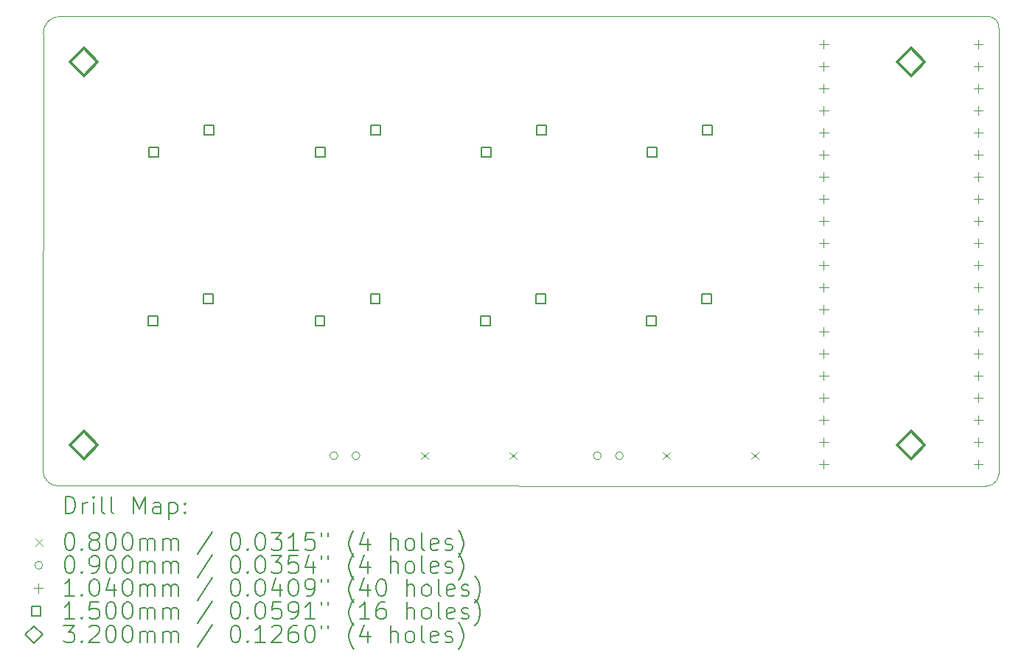
<source format=gbr>
%TF.GenerationSoftware,KiCad,Pcbnew,9.0.4*%
%TF.CreationDate,2025-09-20T14:29:12-07:00*%
%TF.ProjectId,Macro_Pad,4d616372-6f5f-4506-9164-2e6b69636164,rev?*%
%TF.SameCoordinates,Original*%
%TF.FileFunction,Drillmap*%
%TF.FilePolarity,Positive*%
%FSLAX45Y45*%
G04 Gerber Fmt 4.5, Leading zero omitted, Abs format (unit mm)*
G04 Created by KiCad (PCBNEW 9.0.4) date 2025-09-20 14:29:12*
%MOMM*%
%LPD*%
G01*
G04 APERTURE LIST*
%ADD10C,0.100000*%
%ADD11C,0.200000*%
%ADD12C,0.104000*%
%ADD13C,0.150000*%
%ADD14C,0.320000*%
G04 APERTURE END LIST*
D10*
X20380000Y-8675000D02*
X9740000Y-8675000D01*
X9705000Y-14071107D02*
X20361244Y-14074342D01*
X9535287Y-8874830D02*
G75*
G02*
X9740000Y-8675001I195173J4830D01*
G01*
X20510054Y-13929911D02*
X20512002Y-8814988D01*
X9705000Y-14071107D02*
G75*
G02*
X9533893Y-13899830I0J171107D01*
G01*
X9535287Y-8874830D02*
X9533893Y-13899830D01*
X20380000Y-8675000D02*
G75*
G02*
X20512002Y-8814988I0J-132230D01*
G01*
X20510054Y-13930003D02*
G75*
G02*
X20361244Y-14074335I-144364J-37D01*
G01*
D11*
D10*
X13877000Y-13685000D02*
X13957000Y-13765000D01*
X13957000Y-13685000D02*
X13877000Y-13765000D01*
X14893000Y-13685000D02*
X14973000Y-13765000D01*
X14973000Y-13685000D02*
X14893000Y-13765000D01*
X16652000Y-13685000D02*
X16732000Y-13765000D01*
X16732000Y-13685000D02*
X16652000Y-13765000D01*
X17668000Y-13685000D02*
X17748000Y-13765000D01*
X17748000Y-13685000D02*
X17668000Y-13765000D01*
X12918000Y-13725000D02*
G75*
G02*
X12828000Y-13725000I-45000J0D01*
G01*
X12828000Y-13725000D02*
G75*
G02*
X12918000Y-13725000I45000J0D01*
G01*
X13172000Y-13725000D02*
G75*
G02*
X13082000Y-13725000I-45000J0D01*
G01*
X13082000Y-13725000D02*
G75*
G02*
X13172000Y-13725000I45000J0D01*
G01*
X15943000Y-13725000D02*
G75*
G02*
X15853000Y-13725000I-45000J0D01*
G01*
X15853000Y-13725000D02*
G75*
G02*
X15943000Y-13725000I45000J0D01*
G01*
X16197000Y-13725000D02*
G75*
G02*
X16107000Y-13725000I-45000J0D01*
G01*
X16107000Y-13725000D02*
G75*
G02*
X16197000Y-13725000I45000J0D01*
G01*
D12*
X18500000Y-8944000D02*
X18500000Y-9048000D01*
X18448000Y-8996000D02*
X18552000Y-8996000D01*
X18500000Y-9198000D02*
X18500000Y-9302000D01*
X18448000Y-9250000D02*
X18552000Y-9250000D01*
X18500000Y-9452000D02*
X18500000Y-9556000D01*
X18448000Y-9504000D02*
X18552000Y-9504000D01*
X18500000Y-9706000D02*
X18500000Y-9810000D01*
X18448000Y-9758000D02*
X18552000Y-9758000D01*
X18500000Y-9960000D02*
X18500000Y-10064000D01*
X18448000Y-10012000D02*
X18552000Y-10012000D01*
X18500000Y-10214000D02*
X18500000Y-10318000D01*
X18448000Y-10266000D02*
X18552000Y-10266000D01*
X18500000Y-10468000D02*
X18500000Y-10572000D01*
X18448000Y-10520000D02*
X18552000Y-10520000D01*
X18500000Y-10722000D02*
X18500000Y-10826000D01*
X18448000Y-10774000D02*
X18552000Y-10774000D01*
X18500000Y-10976000D02*
X18500000Y-11080000D01*
X18448000Y-11028000D02*
X18552000Y-11028000D01*
X18500000Y-11230000D02*
X18500000Y-11334000D01*
X18448000Y-11282000D02*
X18552000Y-11282000D01*
X18500000Y-11484000D02*
X18500000Y-11588000D01*
X18448000Y-11536000D02*
X18552000Y-11536000D01*
X18500000Y-11738000D02*
X18500000Y-11842000D01*
X18448000Y-11790000D02*
X18552000Y-11790000D01*
X18500000Y-11992000D02*
X18500000Y-12096000D01*
X18448000Y-12044000D02*
X18552000Y-12044000D01*
X18500000Y-12246000D02*
X18500000Y-12350000D01*
X18448000Y-12298000D02*
X18552000Y-12298000D01*
X18500000Y-12500000D02*
X18500000Y-12604000D01*
X18448000Y-12552000D02*
X18552000Y-12552000D01*
X18500000Y-12754000D02*
X18500000Y-12858000D01*
X18448000Y-12806000D02*
X18552000Y-12806000D01*
X18500000Y-13008000D02*
X18500000Y-13112000D01*
X18448000Y-13060000D02*
X18552000Y-13060000D01*
X18500000Y-13262000D02*
X18500000Y-13366000D01*
X18448000Y-13314000D02*
X18552000Y-13314000D01*
X18500000Y-13516000D02*
X18500000Y-13620000D01*
X18448000Y-13568000D02*
X18552000Y-13568000D01*
X18500000Y-13770000D02*
X18500000Y-13874000D01*
X18448000Y-13822000D02*
X18552000Y-13822000D01*
X20275000Y-8943000D02*
X20275000Y-9047000D01*
X20223000Y-8995000D02*
X20327000Y-8995000D01*
X20275000Y-9197000D02*
X20275000Y-9301000D01*
X20223000Y-9249000D02*
X20327000Y-9249000D01*
X20275000Y-9451000D02*
X20275000Y-9555000D01*
X20223000Y-9503000D02*
X20327000Y-9503000D01*
X20275000Y-9705000D02*
X20275000Y-9809000D01*
X20223000Y-9757000D02*
X20327000Y-9757000D01*
X20275000Y-9959000D02*
X20275000Y-10063000D01*
X20223000Y-10011000D02*
X20327000Y-10011000D01*
X20275000Y-10213000D02*
X20275000Y-10317000D01*
X20223000Y-10265000D02*
X20327000Y-10265000D01*
X20275000Y-10467000D02*
X20275000Y-10571000D01*
X20223000Y-10519000D02*
X20327000Y-10519000D01*
X20275000Y-10721000D02*
X20275000Y-10825000D01*
X20223000Y-10773000D02*
X20327000Y-10773000D01*
X20275000Y-10975000D02*
X20275000Y-11079000D01*
X20223000Y-11027000D02*
X20327000Y-11027000D01*
X20275000Y-11229000D02*
X20275000Y-11333000D01*
X20223000Y-11281000D02*
X20327000Y-11281000D01*
X20275000Y-11483000D02*
X20275000Y-11587000D01*
X20223000Y-11535000D02*
X20327000Y-11535000D01*
X20275000Y-11737000D02*
X20275000Y-11841000D01*
X20223000Y-11789000D02*
X20327000Y-11789000D01*
X20275000Y-11991000D02*
X20275000Y-12095000D01*
X20223000Y-12043000D02*
X20327000Y-12043000D01*
X20275000Y-12245000D02*
X20275000Y-12349000D01*
X20223000Y-12297000D02*
X20327000Y-12297000D01*
X20275000Y-12499000D02*
X20275000Y-12603000D01*
X20223000Y-12551000D02*
X20327000Y-12551000D01*
X20275000Y-12753000D02*
X20275000Y-12857000D01*
X20223000Y-12805000D02*
X20327000Y-12805000D01*
X20275000Y-13007000D02*
X20275000Y-13111000D01*
X20223000Y-13059000D02*
X20327000Y-13059000D01*
X20275000Y-13261000D02*
X20275000Y-13365000D01*
X20223000Y-13313000D02*
X20327000Y-13313000D01*
X20275000Y-13515000D02*
X20275000Y-13619000D01*
X20223000Y-13567000D02*
X20327000Y-13567000D01*
X20275000Y-13769000D02*
X20275000Y-13873000D01*
X20223000Y-13821000D02*
X20327000Y-13821000D01*
D13*
X10850034Y-12227033D02*
X10850034Y-12120966D01*
X10743967Y-12120966D01*
X10743967Y-12227033D01*
X10850034Y-12227033D01*
X10856034Y-10289034D02*
X10856034Y-10182967D01*
X10749967Y-10182967D01*
X10749967Y-10289034D01*
X10856034Y-10289034D01*
X11485033Y-11973033D02*
X11485033Y-11866966D01*
X11378966Y-11866966D01*
X11378966Y-11973033D01*
X11485033Y-11973033D01*
X11491033Y-10035034D02*
X11491033Y-9928967D01*
X11384966Y-9928967D01*
X11384966Y-10035034D01*
X11491033Y-10035034D01*
X12768033Y-12227033D02*
X12768033Y-12120966D01*
X12661966Y-12120966D01*
X12661966Y-12227033D01*
X12768033Y-12227033D01*
X12770033Y-10289034D02*
X12770033Y-10182967D01*
X12663966Y-10182967D01*
X12663966Y-10289034D01*
X12770033Y-10289034D01*
X13403033Y-11973033D02*
X13403033Y-11866966D01*
X13296966Y-11866966D01*
X13296966Y-11973033D01*
X13403033Y-11973033D01*
X13405033Y-10035034D02*
X13405033Y-9928967D01*
X13298966Y-9928967D01*
X13298966Y-10035034D01*
X13405033Y-10035034D01*
X14668033Y-12227033D02*
X14668033Y-12120966D01*
X14561966Y-12120966D01*
X14561966Y-12227033D01*
X14668033Y-12227033D01*
X14674033Y-10289034D02*
X14674033Y-10182967D01*
X14567966Y-10182967D01*
X14567966Y-10289034D01*
X14674033Y-10289034D01*
X15303033Y-11973033D02*
X15303033Y-11866966D01*
X15196966Y-11866966D01*
X15196966Y-11973033D01*
X15303033Y-11973033D01*
X15309033Y-10035034D02*
X15309033Y-9928967D01*
X15202966Y-9928967D01*
X15202966Y-10035034D01*
X15309033Y-10035034D01*
X16570033Y-12227033D02*
X16570033Y-12120966D01*
X16463966Y-12120966D01*
X16463966Y-12227033D01*
X16570033Y-12227033D01*
X16580033Y-10289034D02*
X16580033Y-10182967D01*
X16473966Y-10182967D01*
X16473966Y-10289034D01*
X16580033Y-10289034D01*
X17205034Y-11973033D02*
X17205034Y-11866966D01*
X17098967Y-11866966D01*
X17098967Y-11973033D01*
X17205034Y-11973033D01*
X17215034Y-10035034D02*
X17215034Y-9928967D01*
X17108967Y-9928967D01*
X17108967Y-10035034D01*
X17215034Y-10035034D01*
D14*
X10000000Y-9360000D02*
X10160000Y-9200000D01*
X10000000Y-9040000D01*
X9840000Y-9200000D01*
X10000000Y-9360000D01*
X10000000Y-13760000D02*
X10160000Y-13600000D01*
X10000000Y-13440000D01*
X9840000Y-13600000D01*
X10000000Y-13760000D01*
X19500000Y-9360000D02*
X19660000Y-9200000D01*
X19500000Y-9040000D01*
X19340000Y-9200000D01*
X19500000Y-9360000D01*
X19500000Y-13760000D02*
X19660000Y-13600000D01*
X19500000Y-13440000D01*
X19340000Y-13600000D01*
X19500000Y-13760000D01*
D11*
X9789670Y-14390887D02*
X9789670Y-14190887D01*
X9789670Y-14190887D02*
X9837289Y-14190887D01*
X9837289Y-14190887D02*
X9865860Y-14200411D01*
X9865860Y-14200411D02*
X9884908Y-14219459D01*
X9884908Y-14219459D02*
X9894432Y-14238506D01*
X9894432Y-14238506D02*
X9903955Y-14276602D01*
X9903955Y-14276602D02*
X9903955Y-14305173D01*
X9903955Y-14305173D02*
X9894432Y-14343268D01*
X9894432Y-14343268D02*
X9884908Y-14362316D01*
X9884908Y-14362316D02*
X9865860Y-14381364D01*
X9865860Y-14381364D02*
X9837289Y-14390887D01*
X9837289Y-14390887D02*
X9789670Y-14390887D01*
X9989670Y-14390887D02*
X9989670Y-14257554D01*
X9989670Y-14295649D02*
X9999193Y-14276602D01*
X9999193Y-14276602D02*
X10008717Y-14267078D01*
X10008717Y-14267078D02*
X10027765Y-14257554D01*
X10027765Y-14257554D02*
X10046813Y-14257554D01*
X10113479Y-14390887D02*
X10113479Y-14257554D01*
X10113479Y-14190887D02*
X10103955Y-14200411D01*
X10103955Y-14200411D02*
X10113479Y-14209935D01*
X10113479Y-14209935D02*
X10123003Y-14200411D01*
X10123003Y-14200411D02*
X10113479Y-14190887D01*
X10113479Y-14190887D02*
X10113479Y-14209935D01*
X10237289Y-14390887D02*
X10218241Y-14381364D01*
X10218241Y-14381364D02*
X10208717Y-14362316D01*
X10208717Y-14362316D02*
X10208717Y-14190887D01*
X10342051Y-14390887D02*
X10323003Y-14381364D01*
X10323003Y-14381364D02*
X10313479Y-14362316D01*
X10313479Y-14362316D02*
X10313479Y-14190887D01*
X10570622Y-14390887D02*
X10570622Y-14190887D01*
X10570622Y-14190887D02*
X10637289Y-14333744D01*
X10637289Y-14333744D02*
X10703955Y-14190887D01*
X10703955Y-14190887D02*
X10703955Y-14390887D01*
X10884908Y-14390887D02*
X10884908Y-14286125D01*
X10884908Y-14286125D02*
X10875384Y-14267078D01*
X10875384Y-14267078D02*
X10856336Y-14257554D01*
X10856336Y-14257554D02*
X10818241Y-14257554D01*
X10818241Y-14257554D02*
X10799193Y-14267078D01*
X10884908Y-14381364D02*
X10865860Y-14390887D01*
X10865860Y-14390887D02*
X10818241Y-14390887D01*
X10818241Y-14390887D02*
X10799193Y-14381364D01*
X10799193Y-14381364D02*
X10789670Y-14362316D01*
X10789670Y-14362316D02*
X10789670Y-14343268D01*
X10789670Y-14343268D02*
X10799193Y-14324221D01*
X10799193Y-14324221D02*
X10818241Y-14314697D01*
X10818241Y-14314697D02*
X10865860Y-14314697D01*
X10865860Y-14314697D02*
X10884908Y-14305173D01*
X10980146Y-14257554D02*
X10980146Y-14457554D01*
X10980146Y-14267078D02*
X10999193Y-14257554D01*
X10999193Y-14257554D02*
X11037289Y-14257554D01*
X11037289Y-14257554D02*
X11056336Y-14267078D01*
X11056336Y-14267078D02*
X11065860Y-14276602D01*
X11065860Y-14276602D02*
X11075384Y-14295649D01*
X11075384Y-14295649D02*
X11075384Y-14352792D01*
X11075384Y-14352792D02*
X11065860Y-14371840D01*
X11065860Y-14371840D02*
X11056336Y-14381364D01*
X11056336Y-14381364D02*
X11037289Y-14390887D01*
X11037289Y-14390887D02*
X10999193Y-14390887D01*
X10999193Y-14390887D02*
X10980146Y-14381364D01*
X11161098Y-14371840D02*
X11170622Y-14381364D01*
X11170622Y-14381364D02*
X11161098Y-14390887D01*
X11161098Y-14390887D02*
X11151574Y-14381364D01*
X11151574Y-14381364D02*
X11161098Y-14371840D01*
X11161098Y-14371840D02*
X11161098Y-14390887D01*
X11161098Y-14267078D02*
X11170622Y-14276602D01*
X11170622Y-14276602D02*
X11161098Y-14286125D01*
X11161098Y-14286125D02*
X11151574Y-14276602D01*
X11151574Y-14276602D02*
X11161098Y-14267078D01*
X11161098Y-14267078D02*
X11161098Y-14286125D01*
D10*
X9448893Y-14679404D02*
X9528893Y-14759404D01*
X9528893Y-14679404D02*
X9448893Y-14759404D01*
D11*
X9827765Y-14610887D02*
X9846813Y-14610887D01*
X9846813Y-14610887D02*
X9865860Y-14620411D01*
X9865860Y-14620411D02*
X9875384Y-14629935D01*
X9875384Y-14629935D02*
X9884908Y-14648983D01*
X9884908Y-14648983D02*
X9894432Y-14687078D01*
X9894432Y-14687078D02*
X9894432Y-14734697D01*
X9894432Y-14734697D02*
X9884908Y-14772792D01*
X9884908Y-14772792D02*
X9875384Y-14791840D01*
X9875384Y-14791840D02*
X9865860Y-14801364D01*
X9865860Y-14801364D02*
X9846813Y-14810887D01*
X9846813Y-14810887D02*
X9827765Y-14810887D01*
X9827765Y-14810887D02*
X9808717Y-14801364D01*
X9808717Y-14801364D02*
X9799193Y-14791840D01*
X9799193Y-14791840D02*
X9789670Y-14772792D01*
X9789670Y-14772792D02*
X9780146Y-14734697D01*
X9780146Y-14734697D02*
X9780146Y-14687078D01*
X9780146Y-14687078D02*
X9789670Y-14648983D01*
X9789670Y-14648983D02*
X9799193Y-14629935D01*
X9799193Y-14629935D02*
X9808717Y-14620411D01*
X9808717Y-14620411D02*
X9827765Y-14610887D01*
X9980146Y-14791840D02*
X9989670Y-14801364D01*
X9989670Y-14801364D02*
X9980146Y-14810887D01*
X9980146Y-14810887D02*
X9970622Y-14801364D01*
X9970622Y-14801364D02*
X9980146Y-14791840D01*
X9980146Y-14791840D02*
X9980146Y-14810887D01*
X10103955Y-14696602D02*
X10084908Y-14687078D01*
X10084908Y-14687078D02*
X10075384Y-14677554D01*
X10075384Y-14677554D02*
X10065860Y-14658506D01*
X10065860Y-14658506D02*
X10065860Y-14648983D01*
X10065860Y-14648983D02*
X10075384Y-14629935D01*
X10075384Y-14629935D02*
X10084908Y-14620411D01*
X10084908Y-14620411D02*
X10103955Y-14610887D01*
X10103955Y-14610887D02*
X10142051Y-14610887D01*
X10142051Y-14610887D02*
X10161098Y-14620411D01*
X10161098Y-14620411D02*
X10170622Y-14629935D01*
X10170622Y-14629935D02*
X10180146Y-14648983D01*
X10180146Y-14648983D02*
X10180146Y-14658506D01*
X10180146Y-14658506D02*
X10170622Y-14677554D01*
X10170622Y-14677554D02*
X10161098Y-14687078D01*
X10161098Y-14687078D02*
X10142051Y-14696602D01*
X10142051Y-14696602D02*
X10103955Y-14696602D01*
X10103955Y-14696602D02*
X10084908Y-14706125D01*
X10084908Y-14706125D02*
X10075384Y-14715649D01*
X10075384Y-14715649D02*
X10065860Y-14734697D01*
X10065860Y-14734697D02*
X10065860Y-14772792D01*
X10065860Y-14772792D02*
X10075384Y-14791840D01*
X10075384Y-14791840D02*
X10084908Y-14801364D01*
X10084908Y-14801364D02*
X10103955Y-14810887D01*
X10103955Y-14810887D02*
X10142051Y-14810887D01*
X10142051Y-14810887D02*
X10161098Y-14801364D01*
X10161098Y-14801364D02*
X10170622Y-14791840D01*
X10170622Y-14791840D02*
X10180146Y-14772792D01*
X10180146Y-14772792D02*
X10180146Y-14734697D01*
X10180146Y-14734697D02*
X10170622Y-14715649D01*
X10170622Y-14715649D02*
X10161098Y-14706125D01*
X10161098Y-14706125D02*
X10142051Y-14696602D01*
X10303955Y-14610887D02*
X10323003Y-14610887D01*
X10323003Y-14610887D02*
X10342051Y-14620411D01*
X10342051Y-14620411D02*
X10351574Y-14629935D01*
X10351574Y-14629935D02*
X10361098Y-14648983D01*
X10361098Y-14648983D02*
X10370622Y-14687078D01*
X10370622Y-14687078D02*
X10370622Y-14734697D01*
X10370622Y-14734697D02*
X10361098Y-14772792D01*
X10361098Y-14772792D02*
X10351574Y-14791840D01*
X10351574Y-14791840D02*
X10342051Y-14801364D01*
X10342051Y-14801364D02*
X10323003Y-14810887D01*
X10323003Y-14810887D02*
X10303955Y-14810887D01*
X10303955Y-14810887D02*
X10284908Y-14801364D01*
X10284908Y-14801364D02*
X10275384Y-14791840D01*
X10275384Y-14791840D02*
X10265860Y-14772792D01*
X10265860Y-14772792D02*
X10256336Y-14734697D01*
X10256336Y-14734697D02*
X10256336Y-14687078D01*
X10256336Y-14687078D02*
X10265860Y-14648983D01*
X10265860Y-14648983D02*
X10275384Y-14629935D01*
X10275384Y-14629935D02*
X10284908Y-14620411D01*
X10284908Y-14620411D02*
X10303955Y-14610887D01*
X10494432Y-14610887D02*
X10513479Y-14610887D01*
X10513479Y-14610887D02*
X10532527Y-14620411D01*
X10532527Y-14620411D02*
X10542051Y-14629935D01*
X10542051Y-14629935D02*
X10551574Y-14648983D01*
X10551574Y-14648983D02*
X10561098Y-14687078D01*
X10561098Y-14687078D02*
X10561098Y-14734697D01*
X10561098Y-14734697D02*
X10551574Y-14772792D01*
X10551574Y-14772792D02*
X10542051Y-14791840D01*
X10542051Y-14791840D02*
X10532527Y-14801364D01*
X10532527Y-14801364D02*
X10513479Y-14810887D01*
X10513479Y-14810887D02*
X10494432Y-14810887D01*
X10494432Y-14810887D02*
X10475384Y-14801364D01*
X10475384Y-14801364D02*
X10465860Y-14791840D01*
X10465860Y-14791840D02*
X10456336Y-14772792D01*
X10456336Y-14772792D02*
X10446813Y-14734697D01*
X10446813Y-14734697D02*
X10446813Y-14687078D01*
X10446813Y-14687078D02*
X10456336Y-14648983D01*
X10456336Y-14648983D02*
X10465860Y-14629935D01*
X10465860Y-14629935D02*
X10475384Y-14620411D01*
X10475384Y-14620411D02*
X10494432Y-14610887D01*
X10646813Y-14810887D02*
X10646813Y-14677554D01*
X10646813Y-14696602D02*
X10656336Y-14687078D01*
X10656336Y-14687078D02*
X10675384Y-14677554D01*
X10675384Y-14677554D02*
X10703955Y-14677554D01*
X10703955Y-14677554D02*
X10723003Y-14687078D01*
X10723003Y-14687078D02*
X10732527Y-14706125D01*
X10732527Y-14706125D02*
X10732527Y-14810887D01*
X10732527Y-14706125D02*
X10742051Y-14687078D01*
X10742051Y-14687078D02*
X10761098Y-14677554D01*
X10761098Y-14677554D02*
X10789670Y-14677554D01*
X10789670Y-14677554D02*
X10808717Y-14687078D01*
X10808717Y-14687078D02*
X10818241Y-14706125D01*
X10818241Y-14706125D02*
X10818241Y-14810887D01*
X10913479Y-14810887D02*
X10913479Y-14677554D01*
X10913479Y-14696602D02*
X10923003Y-14687078D01*
X10923003Y-14687078D02*
X10942051Y-14677554D01*
X10942051Y-14677554D02*
X10970622Y-14677554D01*
X10970622Y-14677554D02*
X10989670Y-14687078D01*
X10989670Y-14687078D02*
X10999194Y-14706125D01*
X10999194Y-14706125D02*
X10999194Y-14810887D01*
X10999194Y-14706125D02*
X11008717Y-14687078D01*
X11008717Y-14687078D02*
X11027765Y-14677554D01*
X11027765Y-14677554D02*
X11056336Y-14677554D01*
X11056336Y-14677554D02*
X11075384Y-14687078D01*
X11075384Y-14687078D02*
X11084908Y-14706125D01*
X11084908Y-14706125D02*
X11084908Y-14810887D01*
X11475384Y-14601364D02*
X11303955Y-14858506D01*
X11732527Y-14610887D02*
X11751575Y-14610887D01*
X11751575Y-14610887D02*
X11770622Y-14620411D01*
X11770622Y-14620411D02*
X11780146Y-14629935D01*
X11780146Y-14629935D02*
X11789670Y-14648983D01*
X11789670Y-14648983D02*
X11799194Y-14687078D01*
X11799194Y-14687078D02*
X11799194Y-14734697D01*
X11799194Y-14734697D02*
X11789670Y-14772792D01*
X11789670Y-14772792D02*
X11780146Y-14791840D01*
X11780146Y-14791840D02*
X11770622Y-14801364D01*
X11770622Y-14801364D02*
X11751575Y-14810887D01*
X11751575Y-14810887D02*
X11732527Y-14810887D01*
X11732527Y-14810887D02*
X11713479Y-14801364D01*
X11713479Y-14801364D02*
X11703955Y-14791840D01*
X11703955Y-14791840D02*
X11694432Y-14772792D01*
X11694432Y-14772792D02*
X11684908Y-14734697D01*
X11684908Y-14734697D02*
X11684908Y-14687078D01*
X11684908Y-14687078D02*
X11694432Y-14648983D01*
X11694432Y-14648983D02*
X11703955Y-14629935D01*
X11703955Y-14629935D02*
X11713479Y-14620411D01*
X11713479Y-14620411D02*
X11732527Y-14610887D01*
X11884908Y-14791840D02*
X11894432Y-14801364D01*
X11894432Y-14801364D02*
X11884908Y-14810887D01*
X11884908Y-14810887D02*
X11875384Y-14801364D01*
X11875384Y-14801364D02*
X11884908Y-14791840D01*
X11884908Y-14791840D02*
X11884908Y-14810887D01*
X12018241Y-14610887D02*
X12037289Y-14610887D01*
X12037289Y-14610887D02*
X12056336Y-14620411D01*
X12056336Y-14620411D02*
X12065860Y-14629935D01*
X12065860Y-14629935D02*
X12075384Y-14648983D01*
X12075384Y-14648983D02*
X12084908Y-14687078D01*
X12084908Y-14687078D02*
X12084908Y-14734697D01*
X12084908Y-14734697D02*
X12075384Y-14772792D01*
X12075384Y-14772792D02*
X12065860Y-14791840D01*
X12065860Y-14791840D02*
X12056336Y-14801364D01*
X12056336Y-14801364D02*
X12037289Y-14810887D01*
X12037289Y-14810887D02*
X12018241Y-14810887D01*
X12018241Y-14810887D02*
X11999194Y-14801364D01*
X11999194Y-14801364D02*
X11989670Y-14791840D01*
X11989670Y-14791840D02*
X11980146Y-14772792D01*
X11980146Y-14772792D02*
X11970622Y-14734697D01*
X11970622Y-14734697D02*
X11970622Y-14687078D01*
X11970622Y-14687078D02*
X11980146Y-14648983D01*
X11980146Y-14648983D02*
X11989670Y-14629935D01*
X11989670Y-14629935D02*
X11999194Y-14620411D01*
X11999194Y-14620411D02*
X12018241Y-14610887D01*
X12151575Y-14610887D02*
X12275384Y-14610887D01*
X12275384Y-14610887D02*
X12208717Y-14687078D01*
X12208717Y-14687078D02*
X12237289Y-14687078D01*
X12237289Y-14687078D02*
X12256336Y-14696602D01*
X12256336Y-14696602D02*
X12265860Y-14706125D01*
X12265860Y-14706125D02*
X12275384Y-14725173D01*
X12275384Y-14725173D02*
X12275384Y-14772792D01*
X12275384Y-14772792D02*
X12265860Y-14791840D01*
X12265860Y-14791840D02*
X12256336Y-14801364D01*
X12256336Y-14801364D02*
X12237289Y-14810887D01*
X12237289Y-14810887D02*
X12180146Y-14810887D01*
X12180146Y-14810887D02*
X12161098Y-14801364D01*
X12161098Y-14801364D02*
X12151575Y-14791840D01*
X12465860Y-14810887D02*
X12351575Y-14810887D01*
X12408717Y-14810887D02*
X12408717Y-14610887D01*
X12408717Y-14610887D02*
X12389670Y-14639459D01*
X12389670Y-14639459D02*
X12370622Y-14658506D01*
X12370622Y-14658506D02*
X12351575Y-14668030D01*
X12646813Y-14610887D02*
X12551575Y-14610887D01*
X12551575Y-14610887D02*
X12542051Y-14706125D01*
X12542051Y-14706125D02*
X12551575Y-14696602D01*
X12551575Y-14696602D02*
X12570622Y-14687078D01*
X12570622Y-14687078D02*
X12618241Y-14687078D01*
X12618241Y-14687078D02*
X12637289Y-14696602D01*
X12637289Y-14696602D02*
X12646813Y-14706125D01*
X12646813Y-14706125D02*
X12656336Y-14725173D01*
X12656336Y-14725173D02*
X12656336Y-14772792D01*
X12656336Y-14772792D02*
X12646813Y-14791840D01*
X12646813Y-14791840D02*
X12637289Y-14801364D01*
X12637289Y-14801364D02*
X12618241Y-14810887D01*
X12618241Y-14810887D02*
X12570622Y-14810887D01*
X12570622Y-14810887D02*
X12551575Y-14801364D01*
X12551575Y-14801364D02*
X12542051Y-14791840D01*
X12732527Y-14610887D02*
X12732527Y-14648983D01*
X12808717Y-14610887D02*
X12808717Y-14648983D01*
X13103956Y-14887078D02*
X13094432Y-14877554D01*
X13094432Y-14877554D02*
X13075384Y-14848983D01*
X13075384Y-14848983D02*
X13065860Y-14829935D01*
X13065860Y-14829935D02*
X13056337Y-14801364D01*
X13056337Y-14801364D02*
X13046813Y-14753744D01*
X13046813Y-14753744D02*
X13046813Y-14715649D01*
X13046813Y-14715649D02*
X13056337Y-14668030D01*
X13056337Y-14668030D02*
X13065860Y-14639459D01*
X13065860Y-14639459D02*
X13075384Y-14620411D01*
X13075384Y-14620411D02*
X13094432Y-14591840D01*
X13094432Y-14591840D02*
X13103956Y-14582316D01*
X13265860Y-14677554D02*
X13265860Y-14810887D01*
X13218241Y-14601364D02*
X13170622Y-14744221D01*
X13170622Y-14744221D02*
X13294432Y-14744221D01*
X13523003Y-14810887D02*
X13523003Y-14610887D01*
X13608718Y-14810887D02*
X13608718Y-14706125D01*
X13608718Y-14706125D02*
X13599194Y-14687078D01*
X13599194Y-14687078D02*
X13580146Y-14677554D01*
X13580146Y-14677554D02*
X13551575Y-14677554D01*
X13551575Y-14677554D02*
X13532527Y-14687078D01*
X13532527Y-14687078D02*
X13523003Y-14696602D01*
X13732527Y-14810887D02*
X13713479Y-14801364D01*
X13713479Y-14801364D02*
X13703956Y-14791840D01*
X13703956Y-14791840D02*
X13694432Y-14772792D01*
X13694432Y-14772792D02*
X13694432Y-14715649D01*
X13694432Y-14715649D02*
X13703956Y-14696602D01*
X13703956Y-14696602D02*
X13713479Y-14687078D01*
X13713479Y-14687078D02*
X13732527Y-14677554D01*
X13732527Y-14677554D02*
X13761099Y-14677554D01*
X13761099Y-14677554D02*
X13780146Y-14687078D01*
X13780146Y-14687078D02*
X13789670Y-14696602D01*
X13789670Y-14696602D02*
X13799194Y-14715649D01*
X13799194Y-14715649D02*
X13799194Y-14772792D01*
X13799194Y-14772792D02*
X13789670Y-14791840D01*
X13789670Y-14791840D02*
X13780146Y-14801364D01*
X13780146Y-14801364D02*
X13761099Y-14810887D01*
X13761099Y-14810887D02*
X13732527Y-14810887D01*
X13913479Y-14810887D02*
X13894432Y-14801364D01*
X13894432Y-14801364D02*
X13884908Y-14782316D01*
X13884908Y-14782316D02*
X13884908Y-14610887D01*
X14065860Y-14801364D02*
X14046813Y-14810887D01*
X14046813Y-14810887D02*
X14008718Y-14810887D01*
X14008718Y-14810887D02*
X13989670Y-14801364D01*
X13989670Y-14801364D02*
X13980146Y-14782316D01*
X13980146Y-14782316D02*
X13980146Y-14706125D01*
X13980146Y-14706125D02*
X13989670Y-14687078D01*
X13989670Y-14687078D02*
X14008718Y-14677554D01*
X14008718Y-14677554D02*
X14046813Y-14677554D01*
X14046813Y-14677554D02*
X14065860Y-14687078D01*
X14065860Y-14687078D02*
X14075384Y-14706125D01*
X14075384Y-14706125D02*
X14075384Y-14725173D01*
X14075384Y-14725173D02*
X13980146Y-14744221D01*
X14151575Y-14801364D02*
X14170622Y-14810887D01*
X14170622Y-14810887D02*
X14208718Y-14810887D01*
X14208718Y-14810887D02*
X14227765Y-14801364D01*
X14227765Y-14801364D02*
X14237289Y-14782316D01*
X14237289Y-14782316D02*
X14237289Y-14772792D01*
X14237289Y-14772792D02*
X14227765Y-14753744D01*
X14227765Y-14753744D02*
X14208718Y-14744221D01*
X14208718Y-14744221D02*
X14180146Y-14744221D01*
X14180146Y-14744221D02*
X14161099Y-14734697D01*
X14161099Y-14734697D02*
X14151575Y-14715649D01*
X14151575Y-14715649D02*
X14151575Y-14706125D01*
X14151575Y-14706125D02*
X14161099Y-14687078D01*
X14161099Y-14687078D02*
X14180146Y-14677554D01*
X14180146Y-14677554D02*
X14208718Y-14677554D01*
X14208718Y-14677554D02*
X14227765Y-14687078D01*
X14303956Y-14887078D02*
X14313480Y-14877554D01*
X14313480Y-14877554D02*
X14332527Y-14848983D01*
X14332527Y-14848983D02*
X14342051Y-14829935D01*
X14342051Y-14829935D02*
X14351575Y-14801364D01*
X14351575Y-14801364D02*
X14361099Y-14753744D01*
X14361099Y-14753744D02*
X14361099Y-14715649D01*
X14361099Y-14715649D02*
X14351575Y-14668030D01*
X14351575Y-14668030D02*
X14342051Y-14639459D01*
X14342051Y-14639459D02*
X14332527Y-14620411D01*
X14332527Y-14620411D02*
X14313480Y-14591840D01*
X14313480Y-14591840D02*
X14303956Y-14582316D01*
D10*
X9528893Y-14983404D02*
G75*
G02*
X9438893Y-14983404I-45000J0D01*
G01*
X9438893Y-14983404D02*
G75*
G02*
X9528893Y-14983404I45000J0D01*
G01*
D11*
X9827765Y-14874887D02*
X9846813Y-14874887D01*
X9846813Y-14874887D02*
X9865860Y-14884411D01*
X9865860Y-14884411D02*
X9875384Y-14893935D01*
X9875384Y-14893935D02*
X9884908Y-14912983D01*
X9884908Y-14912983D02*
X9894432Y-14951078D01*
X9894432Y-14951078D02*
X9894432Y-14998697D01*
X9894432Y-14998697D02*
X9884908Y-15036792D01*
X9884908Y-15036792D02*
X9875384Y-15055840D01*
X9875384Y-15055840D02*
X9865860Y-15065364D01*
X9865860Y-15065364D02*
X9846813Y-15074887D01*
X9846813Y-15074887D02*
X9827765Y-15074887D01*
X9827765Y-15074887D02*
X9808717Y-15065364D01*
X9808717Y-15065364D02*
X9799193Y-15055840D01*
X9799193Y-15055840D02*
X9789670Y-15036792D01*
X9789670Y-15036792D02*
X9780146Y-14998697D01*
X9780146Y-14998697D02*
X9780146Y-14951078D01*
X9780146Y-14951078D02*
X9789670Y-14912983D01*
X9789670Y-14912983D02*
X9799193Y-14893935D01*
X9799193Y-14893935D02*
X9808717Y-14884411D01*
X9808717Y-14884411D02*
X9827765Y-14874887D01*
X9980146Y-15055840D02*
X9989670Y-15065364D01*
X9989670Y-15065364D02*
X9980146Y-15074887D01*
X9980146Y-15074887D02*
X9970622Y-15065364D01*
X9970622Y-15065364D02*
X9980146Y-15055840D01*
X9980146Y-15055840D02*
X9980146Y-15074887D01*
X10084908Y-15074887D02*
X10123003Y-15074887D01*
X10123003Y-15074887D02*
X10142051Y-15065364D01*
X10142051Y-15065364D02*
X10151574Y-15055840D01*
X10151574Y-15055840D02*
X10170622Y-15027268D01*
X10170622Y-15027268D02*
X10180146Y-14989173D01*
X10180146Y-14989173D02*
X10180146Y-14912983D01*
X10180146Y-14912983D02*
X10170622Y-14893935D01*
X10170622Y-14893935D02*
X10161098Y-14884411D01*
X10161098Y-14884411D02*
X10142051Y-14874887D01*
X10142051Y-14874887D02*
X10103955Y-14874887D01*
X10103955Y-14874887D02*
X10084908Y-14884411D01*
X10084908Y-14884411D02*
X10075384Y-14893935D01*
X10075384Y-14893935D02*
X10065860Y-14912983D01*
X10065860Y-14912983D02*
X10065860Y-14960602D01*
X10065860Y-14960602D02*
X10075384Y-14979649D01*
X10075384Y-14979649D02*
X10084908Y-14989173D01*
X10084908Y-14989173D02*
X10103955Y-14998697D01*
X10103955Y-14998697D02*
X10142051Y-14998697D01*
X10142051Y-14998697D02*
X10161098Y-14989173D01*
X10161098Y-14989173D02*
X10170622Y-14979649D01*
X10170622Y-14979649D02*
X10180146Y-14960602D01*
X10303955Y-14874887D02*
X10323003Y-14874887D01*
X10323003Y-14874887D02*
X10342051Y-14884411D01*
X10342051Y-14884411D02*
X10351574Y-14893935D01*
X10351574Y-14893935D02*
X10361098Y-14912983D01*
X10361098Y-14912983D02*
X10370622Y-14951078D01*
X10370622Y-14951078D02*
X10370622Y-14998697D01*
X10370622Y-14998697D02*
X10361098Y-15036792D01*
X10361098Y-15036792D02*
X10351574Y-15055840D01*
X10351574Y-15055840D02*
X10342051Y-15065364D01*
X10342051Y-15065364D02*
X10323003Y-15074887D01*
X10323003Y-15074887D02*
X10303955Y-15074887D01*
X10303955Y-15074887D02*
X10284908Y-15065364D01*
X10284908Y-15065364D02*
X10275384Y-15055840D01*
X10275384Y-15055840D02*
X10265860Y-15036792D01*
X10265860Y-15036792D02*
X10256336Y-14998697D01*
X10256336Y-14998697D02*
X10256336Y-14951078D01*
X10256336Y-14951078D02*
X10265860Y-14912983D01*
X10265860Y-14912983D02*
X10275384Y-14893935D01*
X10275384Y-14893935D02*
X10284908Y-14884411D01*
X10284908Y-14884411D02*
X10303955Y-14874887D01*
X10494432Y-14874887D02*
X10513479Y-14874887D01*
X10513479Y-14874887D02*
X10532527Y-14884411D01*
X10532527Y-14884411D02*
X10542051Y-14893935D01*
X10542051Y-14893935D02*
X10551574Y-14912983D01*
X10551574Y-14912983D02*
X10561098Y-14951078D01*
X10561098Y-14951078D02*
X10561098Y-14998697D01*
X10561098Y-14998697D02*
X10551574Y-15036792D01*
X10551574Y-15036792D02*
X10542051Y-15055840D01*
X10542051Y-15055840D02*
X10532527Y-15065364D01*
X10532527Y-15065364D02*
X10513479Y-15074887D01*
X10513479Y-15074887D02*
X10494432Y-15074887D01*
X10494432Y-15074887D02*
X10475384Y-15065364D01*
X10475384Y-15065364D02*
X10465860Y-15055840D01*
X10465860Y-15055840D02*
X10456336Y-15036792D01*
X10456336Y-15036792D02*
X10446813Y-14998697D01*
X10446813Y-14998697D02*
X10446813Y-14951078D01*
X10446813Y-14951078D02*
X10456336Y-14912983D01*
X10456336Y-14912983D02*
X10465860Y-14893935D01*
X10465860Y-14893935D02*
X10475384Y-14884411D01*
X10475384Y-14884411D02*
X10494432Y-14874887D01*
X10646813Y-15074887D02*
X10646813Y-14941554D01*
X10646813Y-14960602D02*
X10656336Y-14951078D01*
X10656336Y-14951078D02*
X10675384Y-14941554D01*
X10675384Y-14941554D02*
X10703955Y-14941554D01*
X10703955Y-14941554D02*
X10723003Y-14951078D01*
X10723003Y-14951078D02*
X10732527Y-14970125D01*
X10732527Y-14970125D02*
X10732527Y-15074887D01*
X10732527Y-14970125D02*
X10742051Y-14951078D01*
X10742051Y-14951078D02*
X10761098Y-14941554D01*
X10761098Y-14941554D02*
X10789670Y-14941554D01*
X10789670Y-14941554D02*
X10808717Y-14951078D01*
X10808717Y-14951078D02*
X10818241Y-14970125D01*
X10818241Y-14970125D02*
X10818241Y-15074887D01*
X10913479Y-15074887D02*
X10913479Y-14941554D01*
X10913479Y-14960602D02*
X10923003Y-14951078D01*
X10923003Y-14951078D02*
X10942051Y-14941554D01*
X10942051Y-14941554D02*
X10970622Y-14941554D01*
X10970622Y-14941554D02*
X10989670Y-14951078D01*
X10989670Y-14951078D02*
X10999194Y-14970125D01*
X10999194Y-14970125D02*
X10999194Y-15074887D01*
X10999194Y-14970125D02*
X11008717Y-14951078D01*
X11008717Y-14951078D02*
X11027765Y-14941554D01*
X11027765Y-14941554D02*
X11056336Y-14941554D01*
X11056336Y-14941554D02*
X11075384Y-14951078D01*
X11075384Y-14951078D02*
X11084908Y-14970125D01*
X11084908Y-14970125D02*
X11084908Y-15074887D01*
X11475384Y-14865364D02*
X11303955Y-15122506D01*
X11732527Y-14874887D02*
X11751575Y-14874887D01*
X11751575Y-14874887D02*
X11770622Y-14884411D01*
X11770622Y-14884411D02*
X11780146Y-14893935D01*
X11780146Y-14893935D02*
X11789670Y-14912983D01*
X11789670Y-14912983D02*
X11799194Y-14951078D01*
X11799194Y-14951078D02*
X11799194Y-14998697D01*
X11799194Y-14998697D02*
X11789670Y-15036792D01*
X11789670Y-15036792D02*
X11780146Y-15055840D01*
X11780146Y-15055840D02*
X11770622Y-15065364D01*
X11770622Y-15065364D02*
X11751575Y-15074887D01*
X11751575Y-15074887D02*
X11732527Y-15074887D01*
X11732527Y-15074887D02*
X11713479Y-15065364D01*
X11713479Y-15065364D02*
X11703955Y-15055840D01*
X11703955Y-15055840D02*
X11694432Y-15036792D01*
X11694432Y-15036792D02*
X11684908Y-14998697D01*
X11684908Y-14998697D02*
X11684908Y-14951078D01*
X11684908Y-14951078D02*
X11694432Y-14912983D01*
X11694432Y-14912983D02*
X11703955Y-14893935D01*
X11703955Y-14893935D02*
X11713479Y-14884411D01*
X11713479Y-14884411D02*
X11732527Y-14874887D01*
X11884908Y-15055840D02*
X11894432Y-15065364D01*
X11894432Y-15065364D02*
X11884908Y-15074887D01*
X11884908Y-15074887D02*
X11875384Y-15065364D01*
X11875384Y-15065364D02*
X11884908Y-15055840D01*
X11884908Y-15055840D02*
X11884908Y-15074887D01*
X12018241Y-14874887D02*
X12037289Y-14874887D01*
X12037289Y-14874887D02*
X12056336Y-14884411D01*
X12056336Y-14884411D02*
X12065860Y-14893935D01*
X12065860Y-14893935D02*
X12075384Y-14912983D01*
X12075384Y-14912983D02*
X12084908Y-14951078D01*
X12084908Y-14951078D02*
X12084908Y-14998697D01*
X12084908Y-14998697D02*
X12075384Y-15036792D01*
X12075384Y-15036792D02*
X12065860Y-15055840D01*
X12065860Y-15055840D02*
X12056336Y-15065364D01*
X12056336Y-15065364D02*
X12037289Y-15074887D01*
X12037289Y-15074887D02*
X12018241Y-15074887D01*
X12018241Y-15074887D02*
X11999194Y-15065364D01*
X11999194Y-15065364D02*
X11989670Y-15055840D01*
X11989670Y-15055840D02*
X11980146Y-15036792D01*
X11980146Y-15036792D02*
X11970622Y-14998697D01*
X11970622Y-14998697D02*
X11970622Y-14951078D01*
X11970622Y-14951078D02*
X11980146Y-14912983D01*
X11980146Y-14912983D02*
X11989670Y-14893935D01*
X11989670Y-14893935D02*
X11999194Y-14884411D01*
X11999194Y-14884411D02*
X12018241Y-14874887D01*
X12151575Y-14874887D02*
X12275384Y-14874887D01*
X12275384Y-14874887D02*
X12208717Y-14951078D01*
X12208717Y-14951078D02*
X12237289Y-14951078D01*
X12237289Y-14951078D02*
X12256336Y-14960602D01*
X12256336Y-14960602D02*
X12265860Y-14970125D01*
X12265860Y-14970125D02*
X12275384Y-14989173D01*
X12275384Y-14989173D02*
X12275384Y-15036792D01*
X12275384Y-15036792D02*
X12265860Y-15055840D01*
X12265860Y-15055840D02*
X12256336Y-15065364D01*
X12256336Y-15065364D02*
X12237289Y-15074887D01*
X12237289Y-15074887D02*
X12180146Y-15074887D01*
X12180146Y-15074887D02*
X12161098Y-15065364D01*
X12161098Y-15065364D02*
X12151575Y-15055840D01*
X12456336Y-14874887D02*
X12361098Y-14874887D01*
X12361098Y-14874887D02*
X12351575Y-14970125D01*
X12351575Y-14970125D02*
X12361098Y-14960602D01*
X12361098Y-14960602D02*
X12380146Y-14951078D01*
X12380146Y-14951078D02*
X12427765Y-14951078D01*
X12427765Y-14951078D02*
X12446813Y-14960602D01*
X12446813Y-14960602D02*
X12456336Y-14970125D01*
X12456336Y-14970125D02*
X12465860Y-14989173D01*
X12465860Y-14989173D02*
X12465860Y-15036792D01*
X12465860Y-15036792D02*
X12456336Y-15055840D01*
X12456336Y-15055840D02*
X12446813Y-15065364D01*
X12446813Y-15065364D02*
X12427765Y-15074887D01*
X12427765Y-15074887D02*
X12380146Y-15074887D01*
X12380146Y-15074887D02*
X12361098Y-15065364D01*
X12361098Y-15065364D02*
X12351575Y-15055840D01*
X12637289Y-14941554D02*
X12637289Y-15074887D01*
X12589670Y-14865364D02*
X12542051Y-15008221D01*
X12542051Y-15008221D02*
X12665860Y-15008221D01*
X12732527Y-14874887D02*
X12732527Y-14912983D01*
X12808717Y-14874887D02*
X12808717Y-14912983D01*
X13103956Y-15151078D02*
X13094432Y-15141554D01*
X13094432Y-15141554D02*
X13075384Y-15112983D01*
X13075384Y-15112983D02*
X13065860Y-15093935D01*
X13065860Y-15093935D02*
X13056337Y-15065364D01*
X13056337Y-15065364D02*
X13046813Y-15017744D01*
X13046813Y-15017744D02*
X13046813Y-14979649D01*
X13046813Y-14979649D02*
X13056337Y-14932030D01*
X13056337Y-14932030D02*
X13065860Y-14903459D01*
X13065860Y-14903459D02*
X13075384Y-14884411D01*
X13075384Y-14884411D02*
X13094432Y-14855840D01*
X13094432Y-14855840D02*
X13103956Y-14846316D01*
X13265860Y-14941554D02*
X13265860Y-15074887D01*
X13218241Y-14865364D02*
X13170622Y-15008221D01*
X13170622Y-15008221D02*
X13294432Y-15008221D01*
X13523003Y-15074887D02*
X13523003Y-14874887D01*
X13608718Y-15074887D02*
X13608718Y-14970125D01*
X13608718Y-14970125D02*
X13599194Y-14951078D01*
X13599194Y-14951078D02*
X13580146Y-14941554D01*
X13580146Y-14941554D02*
X13551575Y-14941554D01*
X13551575Y-14941554D02*
X13532527Y-14951078D01*
X13532527Y-14951078D02*
X13523003Y-14960602D01*
X13732527Y-15074887D02*
X13713479Y-15065364D01*
X13713479Y-15065364D02*
X13703956Y-15055840D01*
X13703956Y-15055840D02*
X13694432Y-15036792D01*
X13694432Y-15036792D02*
X13694432Y-14979649D01*
X13694432Y-14979649D02*
X13703956Y-14960602D01*
X13703956Y-14960602D02*
X13713479Y-14951078D01*
X13713479Y-14951078D02*
X13732527Y-14941554D01*
X13732527Y-14941554D02*
X13761099Y-14941554D01*
X13761099Y-14941554D02*
X13780146Y-14951078D01*
X13780146Y-14951078D02*
X13789670Y-14960602D01*
X13789670Y-14960602D02*
X13799194Y-14979649D01*
X13799194Y-14979649D02*
X13799194Y-15036792D01*
X13799194Y-15036792D02*
X13789670Y-15055840D01*
X13789670Y-15055840D02*
X13780146Y-15065364D01*
X13780146Y-15065364D02*
X13761099Y-15074887D01*
X13761099Y-15074887D02*
X13732527Y-15074887D01*
X13913479Y-15074887D02*
X13894432Y-15065364D01*
X13894432Y-15065364D02*
X13884908Y-15046316D01*
X13884908Y-15046316D02*
X13884908Y-14874887D01*
X14065860Y-15065364D02*
X14046813Y-15074887D01*
X14046813Y-15074887D02*
X14008718Y-15074887D01*
X14008718Y-15074887D02*
X13989670Y-15065364D01*
X13989670Y-15065364D02*
X13980146Y-15046316D01*
X13980146Y-15046316D02*
X13980146Y-14970125D01*
X13980146Y-14970125D02*
X13989670Y-14951078D01*
X13989670Y-14951078D02*
X14008718Y-14941554D01*
X14008718Y-14941554D02*
X14046813Y-14941554D01*
X14046813Y-14941554D02*
X14065860Y-14951078D01*
X14065860Y-14951078D02*
X14075384Y-14970125D01*
X14075384Y-14970125D02*
X14075384Y-14989173D01*
X14075384Y-14989173D02*
X13980146Y-15008221D01*
X14151575Y-15065364D02*
X14170622Y-15074887D01*
X14170622Y-15074887D02*
X14208718Y-15074887D01*
X14208718Y-15074887D02*
X14227765Y-15065364D01*
X14227765Y-15065364D02*
X14237289Y-15046316D01*
X14237289Y-15046316D02*
X14237289Y-15036792D01*
X14237289Y-15036792D02*
X14227765Y-15017744D01*
X14227765Y-15017744D02*
X14208718Y-15008221D01*
X14208718Y-15008221D02*
X14180146Y-15008221D01*
X14180146Y-15008221D02*
X14161099Y-14998697D01*
X14161099Y-14998697D02*
X14151575Y-14979649D01*
X14151575Y-14979649D02*
X14151575Y-14970125D01*
X14151575Y-14970125D02*
X14161099Y-14951078D01*
X14161099Y-14951078D02*
X14180146Y-14941554D01*
X14180146Y-14941554D02*
X14208718Y-14941554D01*
X14208718Y-14941554D02*
X14227765Y-14951078D01*
X14303956Y-15151078D02*
X14313480Y-15141554D01*
X14313480Y-15141554D02*
X14332527Y-15112983D01*
X14332527Y-15112983D02*
X14342051Y-15093935D01*
X14342051Y-15093935D02*
X14351575Y-15065364D01*
X14351575Y-15065364D02*
X14361099Y-15017744D01*
X14361099Y-15017744D02*
X14361099Y-14979649D01*
X14361099Y-14979649D02*
X14351575Y-14932030D01*
X14351575Y-14932030D02*
X14342051Y-14903459D01*
X14342051Y-14903459D02*
X14332527Y-14884411D01*
X14332527Y-14884411D02*
X14313480Y-14855840D01*
X14313480Y-14855840D02*
X14303956Y-14846316D01*
D12*
X9476893Y-15195404D02*
X9476893Y-15299404D01*
X9424893Y-15247404D02*
X9528893Y-15247404D01*
D11*
X9894432Y-15338887D02*
X9780146Y-15338887D01*
X9837289Y-15338887D02*
X9837289Y-15138887D01*
X9837289Y-15138887D02*
X9818241Y-15167459D01*
X9818241Y-15167459D02*
X9799193Y-15186506D01*
X9799193Y-15186506D02*
X9780146Y-15196030D01*
X9980146Y-15319840D02*
X9989670Y-15329364D01*
X9989670Y-15329364D02*
X9980146Y-15338887D01*
X9980146Y-15338887D02*
X9970622Y-15329364D01*
X9970622Y-15329364D02*
X9980146Y-15319840D01*
X9980146Y-15319840D02*
X9980146Y-15338887D01*
X10113479Y-15138887D02*
X10132527Y-15138887D01*
X10132527Y-15138887D02*
X10151574Y-15148411D01*
X10151574Y-15148411D02*
X10161098Y-15157935D01*
X10161098Y-15157935D02*
X10170622Y-15176983D01*
X10170622Y-15176983D02*
X10180146Y-15215078D01*
X10180146Y-15215078D02*
X10180146Y-15262697D01*
X10180146Y-15262697D02*
X10170622Y-15300792D01*
X10170622Y-15300792D02*
X10161098Y-15319840D01*
X10161098Y-15319840D02*
X10151574Y-15329364D01*
X10151574Y-15329364D02*
X10132527Y-15338887D01*
X10132527Y-15338887D02*
X10113479Y-15338887D01*
X10113479Y-15338887D02*
X10094432Y-15329364D01*
X10094432Y-15329364D02*
X10084908Y-15319840D01*
X10084908Y-15319840D02*
X10075384Y-15300792D01*
X10075384Y-15300792D02*
X10065860Y-15262697D01*
X10065860Y-15262697D02*
X10065860Y-15215078D01*
X10065860Y-15215078D02*
X10075384Y-15176983D01*
X10075384Y-15176983D02*
X10084908Y-15157935D01*
X10084908Y-15157935D02*
X10094432Y-15148411D01*
X10094432Y-15148411D02*
X10113479Y-15138887D01*
X10351574Y-15205554D02*
X10351574Y-15338887D01*
X10303955Y-15129364D02*
X10256336Y-15272221D01*
X10256336Y-15272221D02*
X10380146Y-15272221D01*
X10494432Y-15138887D02*
X10513479Y-15138887D01*
X10513479Y-15138887D02*
X10532527Y-15148411D01*
X10532527Y-15148411D02*
X10542051Y-15157935D01*
X10542051Y-15157935D02*
X10551574Y-15176983D01*
X10551574Y-15176983D02*
X10561098Y-15215078D01*
X10561098Y-15215078D02*
X10561098Y-15262697D01*
X10561098Y-15262697D02*
X10551574Y-15300792D01*
X10551574Y-15300792D02*
X10542051Y-15319840D01*
X10542051Y-15319840D02*
X10532527Y-15329364D01*
X10532527Y-15329364D02*
X10513479Y-15338887D01*
X10513479Y-15338887D02*
X10494432Y-15338887D01*
X10494432Y-15338887D02*
X10475384Y-15329364D01*
X10475384Y-15329364D02*
X10465860Y-15319840D01*
X10465860Y-15319840D02*
X10456336Y-15300792D01*
X10456336Y-15300792D02*
X10446813Y-15262697D01*
X10446813Y-15262697D02*
X10446813Y-15215078D01*
X10446813Y-15215078D02*
X10456336Y-15176983D01*
X10456336Y-15176983D02*
X10465860Y-15157935D01*
X10465860Y-15157935D02*
X10475384Y-15148411D01*
X10475384Y-15148411D02*
X10494432Y-15138887D01*
X10646813Y-15338887D02*
X10646813Y-15205554D01*
X10646813Y-15224602D02*
X10656336Y-15215078D01*
X10656336Y-15215078D02*
X10675384Y-15205554D01*
X10675384Y-15205554D02*
X10703955Y-15205554D01*
X10703955Y-15205554D02*
X10723003Y-15215078D01*
X10723003Y-15215078D02*
X10732527Y-15234125D01*
X10732527Y-15234125D02*
X10732527Y-15338887D01*
X10732527Y-15234125D02*
X10742051Y-15215078D01*
X10742051Y-15215078D02*
X10761098Y-15205554D01*
X10761098Y-15205554D02*
X10789670Y-15205554D01*
X10789670Y-15205554D02*
X10808717Y-15215078D01*
X10808717Y-15215078D02*
X10818241Y-15234125D01*
X10818241Y-15234125D02*
X10818241Y-15338887D01*
X10913479Y-15338887D02*
X10913479Y-15205554D01*
X10913479Y-15224602D02*
X10923003Y-15215078D01*
X10923003Y-15215078D02*
X10942051Y-15205554D01*
X10942051Y-15205554D02*
X10970622Y-15205554D01*
X10970622Y-15205554D02*
X10989670Y-15215078D01*
X10989670Y-15215078D02*
X10999194Y-15234125D01*
X10999194Y-15234125D02*
X10999194Y-15338887D01*
X10999194Y-15234125D02*
X11008717Y-15215078D01*
X11008717Y-15215078D02*
X11027765Y-15205554D01*
X11027765Y-15205554D02*
X11056336Y-15205554D01*
X11056336Y-15205554D02*
X11075384Y-15215078D01*
X11075384Y-15215078D02*
X11084908Y-15234125D01*
X11084908Y-15234125D02*
X11084908Y-15338887D01*
X11475384Y-15129364D02*
X11303955Y-15386506D01*
X11732527Y-15138887D02*
X11751575Y-15138887D01*
X11751575Y-15138887D02*
X11770622Y-15148411D01*
X11770622Y-15148411D02*
X11780146Y-15157935D01*
X11780146Y-15157935D02*
X11789670Y-15176983D01*
X11789670Y-15176983D02*
X11799194Y-15215078D01*
X11799194Y-15215078D02*
X11799194Y-15262697D01*
X11799194Y-15262697D02*
X11789670Y-15300792D01*
X11789670Y-15300792D02*
X11780146Y-15319840D01*
X11780146Y-15319840D02*
X11770622Y-15329364D01*
X11770622Y-15329364D02*
X11751575Y-15338887D01*
X11751575Y-15338887D02*
X11732527Y-15338887D01*
X11732527Y-15338887D02*
X11713479Y-15329364D01*
X11713479Y-15329364D02*
X11703955Y-15319840D01*
X11703955Y-15319840D02*
X11694432Y-15300792D01*
X11694432Y-15300792D02*
X11684908Y-15262697D01*
X11684908Y-15262697D02*
X11684908Y-15215078D01*
X11684908Y-15215078D02*
X11694432Y-15176983D01*
X11694432Y-15176983D02*
X11703955Y-15157935D01*
X11703955Y-15157935D02*
X11713479Y-15148411D01*
X11713479Y-15148411D02*
X11732527Y-15138887D01*
X11884908Y-15319840D02*
X11894432Y-15329364D01*
X11894432Y-15329364D02*
X11884908Y-15338887D01*
X11884908Y-15338887D02*
X11875384Y-15329364D01*
X11875384Y-15329364D02*
X11884908Y-15319840D01*
X11884908Y-15319840D02*
X11884908Y-15338887D01*
X12018241Y-15138887D02*
X12037289Y-15138887D01*
X12037289Y-15138887D02*
X12056336Y-15148411D01*
X12056336Y-15148411D02*
X12065860Y-15157935D01*
X12065860Y-15157935D02*
X12075384Y-15176983D01*
X12075384Y-15176983D02*
X12084908Y-15215078D01*
X12084908Y-15215078D02*
X12084908Y-15262697D01*
X12084908Y-15262697D02*
X12075384Y-15300792D01*
X12075384Y-15300792D02*
X12065860Y-15319840D01*
X12065860Y-15319840D02*
X12056336Y-15329364D01*
X12056336Y-15329364D02*
X12037289Y-15338887D01*
X12037289Y-15338887D02*
X12018241Y-15338887D01*
X12018241Y-15338887D02*
X11999194Y-15329364D01*
X11999194Y-15329364D02*
X11989670Y-15319840D01*
X11989670Y-15319840D02*
X11980146Y-15300792D01*
X11980146Y-15300792D02*
X11970622Y-15262697D01*
X11970622Y-15262697D02*
X11970622Y-15215078D01*
X11970622Y-15215078D02*
X11980146Y-15176983D01*
X11980146Y-15176983D02*
X11989670Y-15157935D01*
X11989670Y-15157935D02*
X11999194Y-15148411D01*
X11999194Y-15148411D02*
X12018241Y-15138887D01*
X12256336Y-15205554D02*
X12256336Y-15338887D01*
X12208717Y-15129364D02*
X12161098Y-15272221D01*
X12161098Y-15272221D02*
X12284908Y-15272221D01*
X12399194Y-15138887D02*
X12418241Y-15138887D01*
X12418241Y-15138887D02*
X12437289Y-15148411D01*
X12437289Y-15148411D02*
X12446813Y-15157935D01*
X12446813Y-15157935D02*
X12456336Y-15176983D01*
X12456336Y-15176983D02*
X12465860Y-15215078D01*
X12465860Y-15215078D02*
X12465860Y-15262697D01*
X12465860Y-15262697D02*
X12456336Y-15300792D01*
X12456336Y-15300792D02*
X12446813Y-15319840D01*
X12446813Y-15319840D02*
X12437289Y-15329364D01*
X12437289Y-15329364D02*
X12418241Y-15338887D01*
X12418241Y-15338887D02*
X12399194Y-15338887D01*
X12399194Y-15338887D02*
X12380146Y-15329364D01*
X12380146Y-15329364D02*
X12370622Y-15319840D01*
X12370622Y-15319840D02*
X12361098Y-15300792D01*
X12361098Y-15300792D02*
X12351575Y-15262697D01*
X12351575Y-15262697D02*
X12351575Y-15215078D01*
X12351575Y-15215078D02*
X12361098Y-15176983D01*
X12361098Y-15176983D02*
X12370622Y-15157935D01*
X12370622Y-15157935D02*
X12380146Y-15148411D01*
X12380146Y-15148411D02*
X12399194Y-15138887D01*
X12561098Y-15338887D02*
X12599194Y-15338887D01*
X12599194Y-15338887D02*
X12618241Y-15329364D01*
X12618241Y-15329364D02*
X12627765Y-15319840D01*
X12627765Y-15319840D02*
X12646813Y-15291268D01*
X12646813Y-15291268D02*
X12656336Y-15253173D01*
X12656336Y-15253173D02*
X12656336Y-15176983D01*
X12656336Y-15176983D02*
X12646813Y-15157935D01*
X12646813Y-15157935D02*
X12637289Y-15148411D01*
X12637289Y-15148411D02*
X12618241Y-15138887D01*
X12618241Y-15138887D02*
X12580146Y-15138887D01*
X12580146Y-15138887D02*
X12561098Y-15148411D01*
X12561098Y-15148411D02*
X12551575Y-15157935D01*
X12551575Y-15157935D02*
X12542051Y-15176983D01*
X12542051Y-15176983D02*
X12542051Y-15224602D01*
X12542051Y-15224602D02*
X12551575Y-15243649D01*
X12551575Y-15243649D02*
X12561098Y-15253173D01*
X12561098Y-15253173D02*
X12580146Y-15262697D01*
X12580146Y-15262697D02*
X12618241Y-15262697D01*
X12618241Y-15262697D02*
X12637289Y-15253173D01*
X12637289Y-15253173D02*
X12646813Y-15243649D01*
X12646813Y-15243649D02*
X12656336Y-15224602D01*
X12732527Y-15138887D02*
X12732527Y-15176983D01*
X12808717Y-15138887D02*
X12808717Y-15176983D01*
X13103956Y-15415078D02*
X13094432Y-15405554D01*
X13094432Y-15405554D02*
X13075384Y-15376983D01*
X13075384Y-15376983D02*
X13065860Y-15357935D01*
X13065860Y-15357935D02*
X13056337Y-15329364D01*
X13056337Y-15329364D02*
X13046813Y-15281744D01*
X13046813Y-15281744D02*
X13046813Y-15243649D01*
X13046813Y-15243649D02*
X13056337Y-15196030D01*
X13056337Y-15196030D02*
X13065860Y-15167459D01*
X13065860Y-15167459D02*
X13075384Y-15148411D01*
X13075384Y-15148411D02*
X13094432Y-15119840D01*
X13094432Y-15119840D02*
X13103956Y-15110316D01*
X13265860Y-15205554D02*
X13265860Y-15338887D01*
X13218241Y-15129364D02*
X13170622Y-15272221D01*
X13170622Y-15272221D02*
X13294432Y-15272221D01*
X13408717Y-15138887D02*
X13427765Y-15138887D01*
X13427765Y-15138887D02*
X13446813Y-15148411D01*
X13446813Y-15148411D02*
X13456337Y-15157935D01*
X13456337Y-15157935D02*
X13465860Y-15176983D01*
X13465860Y-15176983D02*
X13475384Y-15215078D01*
X13475384Y-15215078D02*
X13475384Y-15262697D01*
X13475384Y-15262697D02*
X13465860Y-15300792D01*
X13465860Y-15300792D02*
X13456337Y-15319840D01*
X13456337Y-15319840D02*
X13446813Y-15329364D01*
X13446813Y-15329364D02*
X13427765Y-15338887D01*
X13427765Y-15338887D02*
X13408717Y-15338887D01*
X13408717Y-15338887D02*
X13389670Y-15329364D01*
X13389670Y-15329364D02*
X13380146Y-15319840D01*
X13380146Y-15319840D02*
X13370622Y-15300792D01*
X13370622Y-15300792D02*
X13361098Y-15262697D01*
X13361098Y-15262697D02*
X13361098Y-15215078D01*
X13361098Y-15215078D02*
X13370622Y-15176983D01*
X13370622Y-15176983D02*
X13380146Y-15157935D01*
X13380146Y-15157935D02*
X13389670Y-15148411D01*
X13389670Y-15148411D02*
X13408717Y-15138887D01*
X13713479Y-15338887D02*
X13713479Y-15138887D01*
X13799194Y-15338887D02*
X13799194Y-15234125D01*
X13799194Y-15234125D02*
X13789670Y-15215078D01*
X13789670Y-15215078D02*
X13770622Y-15205554D01*
X13770622Y-15205554D02*
X13742051Y-15205554D01*
X13742051Y-15205554D02*
X13723003Y-15215078D01*
X13723003Y-15215078D02*
X13713479Y-15224602D01*
X13923003Y-15338887D02*
X13903956Y-15329364D01*
X13903956Y-15329364D02*
X13894432Y-15319840D01*
X13894432Y-15319840D02*
X13884908Y-15300792D01*
X13884908Y-15300792D02*
X13884908Y-15243649D01*
X13884908Y-15243649D02*
X13894432Y-15224602D01*
X13894432Y-15224602D02*
X13903956Y-15215078D01*
X13903956Y-15215078D02*
X13923003Y-15205554D01*
X13923003Y-15205554D02*
X13951575Y-15205554D01*
X13951575Y-15205554D02*
X13970622Y-15215078D01*
X13970622Y-15215078D02*
X13980146Y-15224602D01*
X13980146Y-15224602D02*
X13989670Y-15243649D01*
X13989670Y-15243649D02*
X13989670Y-15300792D01*
X13989670Y-15300792D02*
X13980146Y-15319840D01*
X13980146Y-15319840D02*
X13970622Y-15329364D01*
X13970622Y-15329364D02*
X13951575Y-15338887D01*
X13951575Y-15338887D02*
X13923003Y-15338887D01*
X14103956Y-15338887D02*
X14084908Y-15329364D01*
X14084908Y-15329364D02*
X14075384Y-15310316D01*
X14075384Y-15310316D02*
X14075384Y-15138887D01*
X14256337Y-15329364D02*
X14237289Y-15338887D01*
X14237289Y-15338887D02*
X14199194Y-15338887D01*
X14199194Y-15338887D02*
X14180146Y-15329364D01*
X14180146Y-15329364D02*
X14170622Y-15310316D01*
X14170622Y-15310316D02*
X14170622Y-15234125D01*
X14170622Y-15234125D02*
X14180146Y-15215078D01*
X14180146Y-15215078D02*
X14199194Y-15205554D01*
X14199194Y-15205554D02*
X14237289Y-15205554D01*
X14237289Y-15205554D02*
X14256337Y-15215078D01*
X14256337Y-15215078D02*
X14265860Y-15234125D01*
X14265860Y-15234125D02*
X14265860Y-15253173D01*
X14265860Y-15253173D02*
X14170622Y-15272221D01*
X14342051Y-15329364D02*
X14361099Y-15338887D01*
X14361099Y-15338887D02*
X14399194Y-15338887D01*
X14399194Y-15338887D02*
X14418241Y-15329364D01*
X14418241Y-15329364D02*
X14427765Y-15310316D01*
X14427765Y-15310316D02*
X14427765Y-15300792D01*
X14427765Y-15300792D02*
X14418241Y-15281744D01*
X14418241Y-15281744D02*
X14399194Y-15272221D01*
X14399194Y-15272221D02*
X14370622Y-15272221D01*
X14370622Y-15272221D02*
X14351575Y-15262697D01*
X14351575Y-15262697D02*
X14342051Y-15243649D01*
X14342051Y-15243649D02*
X14342051Y-15234125D01*
X14342051Y-15234125D02*
X14351575Y-15215078D01*
X14351575Y-15215078D02*
X14370622Y-15205554D01*
X14370622Y-15205554D02*
X14399194Y-15205554D01*
X14399194Y-15205554D02*
X14418241Y-15215078D01*
X14494432Y-15415078D02*
X14503956Y-15405554D01*
X14503956Y-15405554D02*
X14523003Y-15376983D01*
X14523003Y-15376983D02*
X14532527Y-15357935D01*
X14532527Y-15357935D02*
X14542051Y-15329364D01*
X14542051Y-15329364D02*
X14551575Y-15281744D01*
X14551575Y-15281744D02*
X14551575Y-15243649D01*
X14551575Y-15243649D02*
X14542051Y-15196030D01*
X14542051Y-15196030D02*
X14532527Y-15167459D01*
X14532527Y-15167459D02*
X14523003Y-15148411D01*
X14523003Y-15148411D02*
X14503956Y-15119840D01*
X14503956Y-15119840D02*
X14494432Y-15110316D01*
D13*
X9506926Y-15564437D02*
X9506926Y-15458370D01*
X9400859Y-15458370D01*
X9400859Y-15564437D01*
X9506926Y-15564437D01*
D11*
X9894432Y-15602887D02*
X9780146Y-15602887D01*
X9837289Y-15602887D02*
X9837289Y-15402887D01*
X9837289Y-15402887D02*
X9818241Y-15431459D01*
X9818241Y-15431459D02*
X9799193Y-15450506D01*
X9799193Y-15450506D02*
X9780146Y-15460030D01*
X9980146Y-15583840D02*
X9989670Y-15593364D01*
X9989670Y-15593364D02*
X9980146Y-15602887D01*
X9980146Y-15602887D02*
X9970622Y-15593364D01*
X9970622Y-15593364D02*
X9980146Y-15583840D01*
X9980146Y-15583840D02*
X9980146Y-15602887D01*
X10170622Y-15402887D02*
X10075384Y-15402887D01*
X10075384Y-15402887D02*
X10065860Y-15498125D01*
X10065860Y-15498125D02*
X10075384Y-15488602D01*
X10075384Y-15488602D02*
X10094432Y-15479078D01*
X10094432Y-15479078D02*
X10142051Y-15479078D01*
X10142051Y-15479078D02*
X10161098Y-15488602D01*
X10161098Y-15488602D02*
X10170622Y-15498125D01*
X10170622Y-15498125D02*
X10180146Y-15517173D01*
X10180146Y-15517173D02*
X10180146Y-15564792D01*
X10180146Y-15564792D02*
X10170622Y-15583840D01*
X10170622Y-15583840D02*
X10161098Y-15593364D01*
X10161098Y-15593364D02*
X10142051Y-15602887D01*
X10142051Y-15602887D02*
X10094432Y-15602887D01*
X10094432Y-15602887D02*
X10075384Y-15593364D01*
X10075384Y-15593364D02*
X10065860Y-15583840D01*
X10303955Y-15402887D02*
X10323003Y-15402887D01*
X10323003Y-15402887D02*
X10342051Y-15412411D01*
X10342051Y-15412411D02*
X10351574Y-15421935D01*
X10351574Y-15421935D02*
X10361098Y-15440983D01*
X10361098Y-15440983D02*
X10370622Y-15479078D01*
X10370622Y-15479078D02*
X10370622Y-15526697D01*
X10370622Y-15526697D02*
X10361098Y-15564792D01*
X10361098Y-15564792D02*
X10351574Y-15583840D01*
X10351574Y-15583840D02*
X10342051Y-15593364D01*
X10342051Y-15593364D02*
X10323003Y-15602887D01*
X10323003Y-15602887D02*
X10303955Y-15602887D01*
X10303955Y-15602887D02*
X10284908Y-15593364D01*
X10284908Y-15593364D02*
X10275384Y-15583840D01*
X10275384Y-15583840D02*
X10265860Y-15564792D01*
X10265860Y-15564792D02*
X10256336Y-15526697D01*
X10256336Y-15526697D02*
X10256336Y-15479078D01*
X10256336Y-15479078D02*
X10265860Y-15440983D01*
X10265860Y-15440983D02*
X10275384Y-15421935D01*
X10275384Y-15421935D02*
X10284908Y-15412411D01*
X10284908Y-15412411D02*
X10303955Y-15402887D01*
X10494432Y-15402887D02*
X10513479Y-15402887D01*
X10513479Y-15402887D02*
X10532527Y-15412411D01*
X10532527Y-15412411D02*
X10542051Y-15421935D01*
X10542051Y-15421935D02*
X10551574Y-15440983D01*
X10551574Y-15440983D02*
X10561098Y-15479078D01*
X10561098Y-15479078D02*
X10561098Y-15526697D01*
X10561098Y-15526697D02*
X10551574Y-15564792D01*
X10551574Y-15564792D02*
X10542051Y-15583840D01*
X10542051Y-15583840D02*
X10532527Y-15593364D01*
X10532527Y-15593364D02*
X10513479Y-15602887D01*
X10513479Y-15602887D02*
X10494432Y-15602887D01*
X10494432Y-15602887D02*
X10475384Y-15593364D01*
X10475384Y-15593364D02*
X10465860Y-15583840D01*
X10465860Y-15583840D02*
X10456336Y-15564792D01*
X10456336Y-15564792D02*
X10446813Y-15526697D01*
X10446813Y-15526697D02*
X10446813Y-15479078D01*
X10446813Y-15479078D02*
X10456336Y-15440983D01*
X10456336Y-15440983D02*
X10465860Y-15421935D01*
X10465860Y-15421935D02*
X10475384Y-15412411D01*
X10475384Y-15412411D02*
X10494432Y-15402887D01*
X10646813Y-15602887D02*
X10646813Y-15469554D01*
X10646813Y-15488602D02*
X10656336Y-15479078D01*
X10656336Y-15479078D02*
X10675384Y-15469554D01*
X10675384Y-15469554D02*
X10703955Y-15469554D01*
X10703955Y-15469554D02*
X10723003Y-15479078D01*
X10723003Y-15479078D02*
X10732527Y-15498125D01*
X10732527Y-15498125D02*
X10732527Y-15602887D01*
X10732527Y-15498125D02*
X10742051Y-15479078D01*
X10742051Y-15479078D02*
X10761098Y-15469554D01*
X10761098Y-15469554D02*
X10789670Y-15469554D01*
X10789670Y-15469554D02*
X10808717Y-15479078D01*
X10808717Y-15479078D02*
X10818241Y-15498125D01*
X10818241Y-15498125D02*
X10818241Y-15602887D01*
X10913479Y-15602887D02*
X10913479Y-15469554D01*
X10913479Y-15488602D02*
X10923003Y-15479078D01*
X10923003Y-15479078D02*
X10942051Y-15469554D01*
X10942051Y-15469554D02*
X10970622Y-15469554D01*
X10970622Y-15469554D02*
X10989670Y-15479078D01*
X10989670Y-15479078D02*
X10999194Y-15498125D01*
X10999194Y-15498125D02*
X10999194Y-15602887D01*
X10999194Y-15498125D02*
X11008717Y-15479078D01*
X11008717Y-15479078D02*
X11027765Y-15469554D01*
X11027765Y-15469554D02*
X11056336Y-15469554D01*
X11056336Y-15469554D02*
X11075384Y-15479078D01*
X11075384Y-15479078D02*
X11084908Y-15498125D01*
X11084908Y-15498125D02*
X11084908Y-15602887D01*
X11475384Y-15393364D02*
X11303955Y-15650506D01*
X11732527Y-15402887D02*
X11751575Y-15402887D01*
X11751575Y-15402887D02*
X11770622Y-15412411D01*
X11770622Y-15412411D02*
X11780146Y-15421935D01*
X11780146Y-15421935D02*
X11789670Y-15440983D01*
X11789670Y-15440983D02*
X11799194Y-15479078D01*
X11799194Y-15479078D02*
X11799194Y-15526697D01*
X11799194Y-15526697D02*
X11789670Y-15564792D01*
X11789670Y-15564792D02*
X11780146Y-15583840D01*
X11780146Y-15583840D02*
X11770622Y-15593364D01*
X11770622Y-15593364D02*
X11751575Y-15602887D01*
X11751575Y-15602887D02*
X11732527Y-15602887D01*
X11732527Y-15602887D02*
X11713479Y-15593364D01*
X11713479Y-15593364D02*
X11703955Y-15583840D01*
X11703955Y-15583840D02*
X11694432Y-15564792D01*
X11694432Y-15564792D02*
X11684908Y-15526697D01*
X11684908Y-15526697D02*
X11684908Y-15479078D01*
X11684908Y-15479078D02*
X11694432Y-15440983D01*
X11694432Y-15440983D02*
X11703955Y-15421935D01*
X11703955Y-15421935D02*
X11713479Y-15412411D01*
X11713479Y-15412411D02*
X11732527Y-15402887D01*
X11884908Y-15583840D02*
X11894432Y-15593364D01*
X11894432Y-15593364D02*
X11884908Y-15602887D01*
X11884908Y-15602887D02*
X11875384Y-15593364D01*
X11875384Y-15593364D02*
X11884908Y-15583840D01*
X11884908Y-15583840D02*
X11884908Y-15602887D01*
X12018241Y-15402887D02*
X12037289Y-15402887D01*
X12037289Y-15402887D02*
X12056336Y-15412411D01*
X12056336Y-15412411D02*
X12065860Y-15421935D01*
X12065860Y-15421935D02*
X12075384Y-15440983D01*
X12075384Y-15440983D02*
X12084908Y-15479078D01*
X12084908Y-15479078D02*
X12084908Y-15526697D01*
X12084908Y-15526697D02*
X12075384Y-15564792D01*
X12075384Y-15564792D02*
X12065860Y-15583840D01*
X12065860Y-15583840D02*
X12056336Y-15593364D01*
X12056336Y-15593364D02*
X12037289Y-15602887D01*
X12037289Y-15602887D02*
X12018241Y-15602887D01*
X12018241Y-15602887D02*
X11999194Y-15593364D01*
X11999194Y-15593364D02*
X11989670Y-15583840D01*
X11989670Y-15583840D02*
X11980146Y-15564792D01*
X11980146Y-15564792D02*
X11970622Y-15526697D01*
X11970622Y-15526697D02*
X11970622Y-15479078D01*
X11970622Y-15479078D02*
X11980146Y-15440983D01*
X11980146Y-15440983D02*
X11989670Y-15421935D01*
X11989670Y-15421935D02*
X11999194Y-15412411D01*
X11999194Y-15412411D02*
X12018241Y-15402887D01*
X12265860Y-15402887D02*
X12170622Y-15402887D01*
X12170622Y-15402887D02*
X12161098Y-15498125D01*
X12161098Y-15498125D02*
X12170622Y-15488602D01*
X12170622Y-15488602D02*
X12189670Y-15479078D01*
X12189670Y-15479078D02*
X12237289Y-15479078D01*
X12237289Y-15479078D02*
X12256336Y-15488602D01*
X12256336Y-15488602D02*
X12265860Y-15498125D01*
X12265860Y-15498125D02*
X12275384Y-15517173D01*
X12275384Y-15517173D02*
X12275384Y-15564792D01*
X12275384Y-15564792D02*
X12265860Y-15583840D01*
X12265860Y-15583840D02*
X12256336Y-15593364D01*
X12256336Y-15593364D02*
X12237289Y-15602887D01*
X12237289Y-15602887D02*
X12189670Y-15602887D01*
X12189670Y-15602887D02*
X12170622Y-15593364D01*
X12170622Y-15593364D02*
X12161098Y-15583840D01*
X12370622Y-15602887D02*
X12408717Y-15602887D01*
X12408717Y-15602887D02*
X12427765Y-15593364D01*
X12427765Y-15593364D02*
X12437289Y-15583840D01*
X12437289Y-15583840D02*
X12456336Y-15555268D01*
X12456336Y-15555268D02*
X12465860Y-15517173D01*
X12465860Y-15517173D02*
X12465860Y-15440983D01*
X12465860Y-15440983D02*
X12456336Y-15421935D01*
X12456336Y-15421935D02*
X12446813Y-15412411D01*
X12446813Y-15412411D02*
X12427765Y-15402887D01*
X12427765Y-15402887D02*
X12389670Y-15402887D01*
X12389670Y-15402887D02*
X12370622Y-15412411D01*
X12370622Y-15412411D02*
X12361098Y-15421935D01*
X12361098Y-15421935D02*
X12351575Y-15440983D01*
X12351575Y-15440983D02*
X12351575Y-15488602D01*
X12351575Y-15488602D02*
X12361098Y-15507649D01*
X12361098Y-15507649D02*
X12370622Y-15517173D01*
X12370622Y-15517173D02*
X12389670Y-15526697D01*
X12389670Y-15526697D02*
X12427765Y-15526697D01*
X12427765Y-15526697D02*
X12446813Y-15517173D01*
X12446813Y-15517173D02*
X12456336Y-15507649D01*
X12456336Y-15507649D02*
X12465860Y-15488602D01*
X12656336Y-15602887D02*
X12542051Y-15602887D01*
X12599194Y-15602887D02*
X12599194Y-15402887D01*
X12599194Y-15402887D02*
X12580146Y-15431459D01*
X12580146Y-15431459D02*
X12561098Y-15450506D01*
X12561098Y-15450506D02*
X12542051Y-15460030D01*
X12732527Y-15402887D02*
X12732527Y-15440983D01*
X12808717Y-15402887D02*
X12808717Y-15440983D01*
X13103956Y-15679078D02*
X13094432Y-15669554D01*
X13094432Y-15669554D02*
X13075384Y-15640983D01*
X13075384Y-15640983D02*
X13065860Y-15621935D01*
X13065860Y-15621935D02*
X13056337Y-15593364D01*
X13056337Y-15593364D02*
X13046813Y-15545744D01*
X13046813Y-15545744D02*
X13046813Y-15507649D01*
X13046813Y-15507649D02*
X13056337Y-15460030D01*
X13056337Y-15460030D02*
X13065860Y-15431459D01*
X13065860Y-15431459D02*
X13075384Y-15412411D01*
X13075384Y-15412411D02*
X13094432Y-15383840D01*
X13094432Y-15383840D02*
X13103956Y-15374316D01*
X13284908Y-15602887D02*
X13170622Y-15602887D01*
X13227765Y-15602887D02*
X13227765Y-15402887D01*
X13227765Y-15402887D02*
X13208717Y-15431459D01*
X13208717Y-15431459D02*
X13189670Y-15450506D01*
X13189670Y-15450506D02*
X13170622Y-15460030D01*
X13456337Y-15402887D02*
X13418241Y-15402887D01*
X13418241Y-15402887D02*
X13399194Y-15412411D01*
X13399194Y-15412411D02*
X13389670Y-15421935D01*
X13389670Y-15421935D02*
X13370622Y-15450506D01*
X13370622Y-15450506D02*
X13361098Y-15488602D01*
X13361098Y-15488602D02*
X13361098Y-15564792D01*
X13361098Y-15564792D02*
X13370622Y-15583840D01*
X13370622Y-15583840D02*
X13380146Y-15593364D01*
X13380146Y-15593364D02*
X13399194Y-15602887D01*
X13399194Y-15602887D02*
X13437289Y-15602887D01*
X13437289Y-15602887D02*
X13456337Y-15593364D01*
X13456337Y-15593364D02*
X13465860Y-15583840D01*
X13465860Y-15583840D02*
X13475384Y-15564792D01*
X13475384Y-15564792D02*
X13475384Y-15517173D01*
X13475384Y-15517173D02*
X13465860Y-15498125D01*
X13465860Y-15498125D02*
X13456337Y-15488602D01*
X13456337Y-15488602D02*
X13437289Y-15479078D01*
X13437289Y-15479078D02*
X13399194Y-15479078D01*
X13399194Y-15479078D02*
X13380146Y-15488602D01*
X13380146Y-15488602D02*
X13370622Y-15498125D01*
X13370622Y-15498125D02*
X13361098Y-15517173D01*
X13713479Y-15602887D02*
X13713479Y-15402887D01*
X13799194Y-15602887D02*
X13799194Y-15498125D01*
X13799194Y-15498125D02*
X13789670Y-15479078D01*
X13789670Y-15479078D02*
X13770622Y-15469554D01*
X13770622Y-15469554D02*
X13742051Y-15469554D01*
X13742051Y-15469554D02*
X13723003Y-15479078D01*
X13723003Y-15479078D02*
X13713479Y-15488602D01*
X13923003Y-15602887D02*
X13903956Y-15593364D01*
X13903956Y-15593364D02*
X13894432Y-15583840D01*
X13894432Y-15583840D02*
X13884908Y-15564792D01*
X13884908Y-15564792D02*
X13884908Y-15507649D01*
X13884908Y-15507649D02*
X13894432Y-15488602D01*
X13894432Y-15488602D02*
X13903956Y-15479078D01*
X13903956Y-15479078D02*
X13923003Y-15469554D01*
X13923003Y-15469554D02*
X13951575Y-15469554D01*
X13951575Y-15469554D02*
X13970622Y-15479078D01*
X13970622Y-15479078D02*
X13980146Y-15488602D01*
X13980146Y-15488602D02*
X13989670Y-15507649D01*
X13989670Y-15507649D02*
X13989670Y-15564792D01*
X13989670Y-15564792D02*
X13980146Y-15583840D01*
X13980146Y-15583840D02*
X13970622Y-15593364D01*
X13970622Y-15593364D02*
X13951575Y-15602887D01*
X13951575Y-15602887D02*
X13923003Y-15602887D01*
X14103956Y-15602887D02*
X14084908Y-15593364D01*
X14084908Y-15593364D02*
X14075384Y-15574316D01*
X14075384Y-15574316D02*
X14075384Y-15402887D01*
X14256337Y-15593364D02*
X14237289Y-15602887D01*
X14237289Y-15602887D02*
X14199194Y-15602887D01*
X14199194Y-15602887D02*
X14180146Y-15593364D01*
X14180146Y-15593364D02*
X14170622Y-15574316D01*
X14170622Y-15574316D02*
X14170622Y-15498125D01*
X14170622Y-15498125D02*
X14180146Y-15479078D01*
X14180146Y-15479078D02*
X14199194Y-15469554D01*
X14199194Y-15469554D02*
X14237289Y-15469554D01*
X14237289Y-15469554D02*
X14256337Y-15479078D01*
X14256337Y-15479078D02*
X14265860Y-15498125D01*
X14265860Y-15498125D02*
X14265860Y-15517173D01*
X14265860Y-15517173D02*
X14170622Y-15536221D01*
X14342051Y-15593364D02*
X14361099Y-15602887D01*
X14361099Y-15602887D02*
X14399194Y-15602887D01*
X14399194Y-15602887D02*
X14418241Y-15593364D01*
X14418241Y-15593364D02*
X14427765Y-15574316D01*
X14427765Y-15574316D02*
X14427765Y-15564792D01*
X14427765Y-15564792D02*
X14418241Y-15545744D01*
X14418241Y-15545744D02*
X14399194Y-15536221D01*
X14399194Y-15536221D02*
X14370622Y-15536221D01*
X14370622Y-15536221D02*
X14351575Y-15526697D01*
X14351575Y-15526697D02*
X14342051Y-15507649D01*
X14342051Y-15507649D02*
X14342051Y-15498125D01*
X14342051Y-15498125D02*
X14351575Y-15479078D01*
X14351575Y-15479078D02*
X14370622Y-15469554D01*
X14370622Y-15469554D02*
X14399194Y-15469554D01*
X14399194Y-15469554D02*
X14418241Y-15479078D01*
X14494432Y-15679078D02*
X14503956Y-15669554D01*
X14503956Y-15669554D02*
X14523003Y-15640983D01*
X14523003Y-15640983D02*
X14532527Y-15621935D01*
X14532527Y-15621935D02*
X14542051Y-15593364D01*
X14542051Y-15593364D02*
X14551575Y-15545744D01*
X14551575Y-15545744D02*
X14551575Y-15507649D01*
X14551575Y-15507649D02*
X14542051Y-15460030D01*
X14542051Y-15460030D02*
X14532527Y-15431459D01*
X14532527Y-15431459D02*
X14523003Y-15412411D01*
X14523003Y-15412411D02*
X14503956Y-15383840D01*
X14503956Y-15383840D02*
X14494432Y-15374316D01*
X9428893Y-15881404D02*
X9528893Y-15781404D01*
X9428893Y-15681404D01*
X9328893Y-15781404D01*
X9428893Y-15881404D01*
X9770622Y-15672887D02*
X9894432Y-15672887D01*
X9894432Y-15672887D02*
X9827765Y-15749078D01*
X9827765Y-15749078D02*
X9856336Y-15749078D01*
X9856336Y-15749078D02*
X9875384Y-15758602D01*
X9875384Y-15758602D02*
X9884908Y-15768125D01*
X9884908Y-15768125D02*
X9894432Y-15787173D01*
X9894432Y-15787173D02*
X9894432Y-15834792D01*
X9894432Y-15834792D02*
X9884908Y-15853840D01*
X9884908Y-15853840D02*
X9875384Y-15863364D01*
X9875384Y-15863364D02*
X9856336Y-15872887D01*
X9856336Y-15872887D02*
X9799193Y-15872887D01*
X9799193Y-15872887D02*
X9780146Y-15863364D01*
X9780146Y-15863364D02*
X9770622Y-15853840D01*
X9980146Y-15853840D02*
X9989670Y-15863364D01*
X9989670Y-15863364D02*
X9980146Y-15872887D01*
X9980146Y-15872887D02*
X9970622Y-15863364D01*
X9970622Y-15863364D02*
X9980146Y-15853840D01*
X9980146Y-15853840D02*
X9980146Y-15872887D01*
X10065860Y-15691935D02*
X10075384Y-15682411D01*
X10075384Y-15682411D02*
X10094432Y-15672887D01*
X10094432Y-15672887D02*
X10142051Y-15672887D01*
X10142051Y-15672887D02*
X10161098Y-15682411D01*
X10161098Y-15682411D02*
X10170622Y-15691935D01*
X10170622Y-15691935D02*
X10180146Y-15710983D01*
X10180146Y-15710983D02*
X10180146Y-15730030D01*
X10180146Y-15730030D02*
X10170622Y-15758602D01*
X10170622Y-15758602D02*
X10056336Y-15872887D01*
X10056336Y-15872887D02*
X10180146Y-15872887D01*
X10303955Y-15672887D02*
X10323003Y-15672887D01*
X10323003Y-15672887D02*
X10342051Y-15682411D01*
X10342051Y-15682411D02*
X10351574Y-15691935D01*
X10351574Y-15691935D02*
X10361098Y-15710983D01*
X10361098Y-15710983D02*
X10370622Y-15749078D01*
X10370622Y-15749078D02*
X10370622Y-15796697D01*
X10370622Y-15796697D02*
X10361098Y-15834792D01*
X10361098Y-15834792D02*
X10351574Y-15853840D01*
X10351574Y-15853840D02*
X10342051Y-15863364D01*
X10342051Y-15863364D02*
X10323003Y-15872887D01*
X10323003Y-15872887D02*
X10303955Y-15872887D01*
X10303955Y-15872887D02*
X10284908Y-15863364D01*
X10284908Y-15863364D02*
X10275384Y-15853840D01*
X10275384Y-15853840D02*
X10265860Y-15834792D01*
X10265860Y-15834792D02*
X10256336Y-15796697D01*
X10256336Y-15796697D02*
X10256336Y-15749078D01*
X10256336Y-15749078D02*
X10265860Y-15710983D01*
X10265860Y-15710983D02*
X10275384Y-15691935D01*
X10275384Y-15691935D02*
X10284908Y-15682411D01*
X10284908Y-15682411D02*
X10303955Y-15672887D01*
X10494432Y-15672887D02*
X10513479Y-15672887D01*
X10513479Y-15672887D02*
X10532527Y-15682411D01*
X10532527Y-15682411D02*
X10542051Y-15691935D01*
X10542051Y-15691935D02*
X10551574Y-15710983D01*
X10551574Y-15710983D02*
X10561098Y-15749078D01*
X10561098Y-15749078D02*
X10561098Y-15796697D01*
X10561098Y-15796697D02*
X10551574Y-15834792D01*
X10551574Y-15834792D02*
X10542051Y-15853840D01*
X10542051Y-15853840D02*
X10532527Y-15863364D01*
X10532527Y-15863364D02*
X10513479Y-15872887D01*
X10513479Y-15872887D02*
X10494432Y-15872887D01*
X10494432Y-15872887D02*
X10475384Y-15863364D01*
X10475384Y-15863364D02*
X10465860Y-15853840D01*
X10465860Y-15853840D02*
X10456336Y-15834792D01*
X10456336Y-15834792D02*
X10446813Y-15796697D01*
X10446813Y-15796697D02*
X10446813Y-15749078D01*
X10446813Y-15749078D02*
X10456336Y-15710983D01*
X10456336Y-15710983D02*
X10465860Y-15691935D01*
X10465860Y-15691935D02*
X10475384Y-15682411D01*
X10475384Y-15682411D02*
X10494432Y-15672887D01*
X10646813Y-15872887D02*
X10646813Y-15739554D01*
X10646813Y-15758602D02*
X10656336Y-15749078D01*
X10656336Y-15749078D02*
X10675384Y-15739554D01*
X10675384Y-15739554D02*
X10703955Y-15739554D01*
X10703955Y-15739554D02*
X10723003Y-15749078D01*
X10723003Y-15749078D02*
X10732527Y-15768125D01*
X10732527Y-15768125D02*
X10732527Y-15872887D01*
X10732527Y-15768125D02*
X10742051Y-15749078D01*
X10742051Y-15749078D02*
X10761098Y-15739554D01*
X10761098Y-15739554D02*
X10789670Y-15739554D01*
X10789670Y-15739554D02*
X10808717Y-15749078D01*
X10808717Y-15749078D02*
X10818241Y-15768125D01*
X10818241Y-15768125D02*
X10818241Y-15872887D01*
X10913479Y-15872887D02*
X10913479Y-15739554D01*
X10913479Y-15758602D02*
X10923003Y-15749078D01*
X10923003Y-15749078D02*
X10942051Y-15739554D01*
X10942051Y-15739554D02*
X10970622Y-15739554D01*
X10970622Y-15739554D02*
X10989670Y-15749078D01*
X10989670Y-15749078D02*
X10999194Y-15768125D01*
X10999194Y-15768125D02*
X10999194Y-15872887D01*
X10999194Y-15768125D02*
X11008717Y-15749078D01*
X11008717Y-15749078D02*
X11027765Y-15739554D01*
X11027765Y-15739554D02*
X11056336Y-15739554D01*
X11056336Y-15739554D02*
X11075384Y-15749078D01*
X11075384Y-15749078D02*
X11084908Y-15768125D01*
X11084908Y-15768125D02*
X11084908Y-15872887D01*
X11475384Y-15663364D02*
X11303955Y-15920506D01*
X11732527Y-15672887D02*
X11751575Y-15672887D01*
X11751575Y-15672887D02*
X11770622Y-15682411D01*
X11770622Y-15682411D02*
X11780146Y-15691935D01*
X11780146Y-15691935D02*
X11789670Y-15710983D01*
X11789670Y-15710983D02*
X11799194Y-15749078D01*
X11799194Y-15749078D02*
X11799194Y-15796697D01*
X11799194Y-15796697D02*
X11789670Y-15834792D01*
X11789670Y-15834792D02*
X11780146Y-15853840D01*
X11780146Y-15853840D02*
X11770622Y-15863364D01*
X11770622Y-15863364D02*
X11751575Y-15872887D01*
X11751575Y-15872887D02*
X11732527Y-15872887D01*
X11732527Y-15872887D02*
X11713479Y-15863364D01*
X11713479Y-15863364D02*
X11703955Y-15853840D01*
X11703955Y-15853840D02*
X11694432Y-15834792D01*
X11694432Y-15834792D02*
X11684908Y-15796697D01*
X11684908Y-15796697D02*
X11684908Y-15749078D01*
X11684908Y-15749078D02*
X11694432Y-15710983D01*
X11694432Y-15710983D02*
X11703955Y-15691935D01*
X11703955Y-15691935D02*
X11713479Y-15682411D01*
X11713479Y-15682411D02*
X11732527Y-15672887D01*
X11884908Y-15853840D02*
X11894432Y-15863364D01*
X11894432Y-15863364D02*
X11884908Y-15872887D01*
X11884908Y-15872887D02*
X11875384Y-15863364D01*
X11875384Y-15863364D02*
X11884908Y-15853840D01*
X11884908Y-15853840D02*
X11884908Y-15872887D01*
X12084908Y-15872887D02*
X11970622Y-15872887D01*
X12027765Y-15872887D02*
X12027765Y-15672887D01*
X12027765Y-15672887D02*
X12008717Y-15701459D01*
X12008717Y-15701459D02*
X11989670Y-15720506D01*
X11989670Y-15720506D02*
X11970622Y-15730030D01*
X12161098Y-15691935D02*
X12170622Y-15682411D01*
X12170622Y-15682411D02*
X12189670Y-15672887D01*
X12189670Y-15672887D02*
X12237289Y-15672887D01*
X12237289Y-15672887D02*
X12256336Y-15682411D01*
X12256336Y-15682411D02*
X12265860Y-15691935D01*
X12265860Y-15691935D02*
X12275384Y-15710983D01*
X12275384Y-15710983D02*
X12275384Y-15730030D01*
X12275384Y-15730030D02*
X12265860Y-15758602D01*
X12265860Y-15758602D02*
X12151575Y-15872887D01*
X12151575Y-15872887D02*
X12275384Y-15872887D01*
X12446813Y-15672887D02*
X12408717Y-15672887D01*
X12408717Y-15672887D02*
X12389670Y-15682411D01*
X12389670Y-15682411D02*
X12380146Y-15691935D01*
X12380146Y-15691935D02*
X12361098Y-15720506D01*
X12361098Y-15720506D02*
X12351575Y-15758602D01*
X12351575Y-15758602D02*
X12351575Y-15834792D01*
X12351575Y-15834792D02*
X12361098Y-15853840D01*
X12361098Y-15853840D02*
X12370622Y-15863364D01*
X12370622Y-15863364D02*
X12389670Y-15872887D01*
X12389670Y-15872887D02*
X12427765Y-15872887D01*
X12427765Y-15872887D02*
X12446813Y-15863364D01*
X12446813Y-15863364D02*
X12456336Y-15853840D01*
X12456336Y-15853840D02*
X12465860Y-15834792D01*
X12465860Y-15834792D02*
X12465860Y-15787173D01*
X12465860Y-15787173D02*
X12456336Y-15768125D01*
X12456336Y-15768125D02*
X12446813Y-15758602D01*
X12446813Y-15758602D02*
X12427765Y-15749078D01*
X12427765Y-15749078D02*
X12389670Y-15749078D01*
X12389670Y-15749078D02*
X12370622Y-15758602D01*
X12370622Y-15758602D02*
X12361098Y-15768125D01*
X12361098Y-15768125D02*
X12351575Y-15787173D01*
X12589670Y-15672887D02*
X12608717Y-15672887D01*
X12608717Y-15672887D02*
X12627765Y-15682411D01*
X12627765Y-15682411D02*
X12637289Y-15691935D01*
X12637289Y-15691935D02*
X12646813Y-15710983D01*
X12646813Y-15710983D02*
X12656336Y-15749078D01*
X12656336Y-15749078D02*
X12656336Y-15796697D01*
X12656336Y-15796697D02*
X12646813Y-15834792D01*
X12646813Y-15834792D02*
X12637289Y-15853840D01*
X12637289Y-15853840D02*
X12627765Y-15863364D01*
X12627765Y-15863364D02*
X12608717Y-15872887D01*
X12608717Y-15872887D02*
X12589670Y-15872887D01*
X12589670Y-15872887D02*
X12570622Y-15863364D01*
X12570622Y-15863364D02*
X12561098Y-15853840D01*
X12561098Y-15853840D02*
X12551575Y-15834792D01*
X12551575Y-15834792D02*
X12542051Y-15796697D01*
X12542051Y-15796697D02*
X12542051Y-15749078D01*
X12542051Y-15749078D02*
X12551575Y-15710983D01*
X12551575Y-15710983D02*
X12561098Y-15691935D01*
X12561098Y-15691935D02*
X12570622Y-15682411D01*
X12570622Y-15682411D02*
X12589670Y-15672887D01*
X12732527Y-15672887D02*
X12732527Y-15710983D01*
X12808717Y-15672887D02*
X12808717Y-15710983D01*
X13103956Y-15949078D02*
X13094432Y-15939554D01*
X13094432Y-15939554D02*
X13075384Y-15910983D01*
X13075384Y-15910983D02*
X13065860Y-15891935D01*
X13065860Y-15891935D02*
X13056337Y-15863364D01*
X13056337Y-15863364D02*
X13046813Y-15815744D01*
X13046813Y-15815744D02*
X13046813Y-15777649D01*
X13046813Y-15777649D02*
X13056337Y-15730030D01*
X13056337Y-15730030D02*
X13065860Y-15701459D01*
X13065860Y-15701459D02*
X13075384Y-15682411D01*
X13075384Y-15682411D02*
X13094432Y-15653840D01*
X13094432Y-15653840D02*
X13103956Y-15644316D01*
X13265860Y-15739554D02*
X13265860Y-15872887D01*
X13218241Y-15663364D02*
X13170622Y-15806221D01*
X13170622Y-15806221D02*
X13294432Y-15806221D01*
X13523003Y-15872887D02*
X13523003Y-15672887D01*
X13608718Y-15872887D02*
X13608718Y-15768125D01*
X13608718Y-15768125D02*
X13599194Y-15749078D01*
X13599194Y-15749078D02*
X13580146Y-15739554D01*
X13580146Y-15739554D02*
X13551575Y-15739554D01*
X13551575Y-15739554D02*
X13532527Y-15749078D01*
X13532527Y-15749078D02*
X13523003Y-15758602D01*
X13732527Y-15872887D02*
X13713479Y-15863364D01*
X13713479Y-15863364D02*
X13703956Y-15853840D01*
X13703956Y-15853840D02*
X13694432Y-15834792D01*
X13694432Y-15834792D02*
X13694432Y-15777649D01*
X13694432Y-15777649D02*
X13703956Y-15758602D01*
X13703956Y-15758602D02*
X13713479Y-15749078D01*
X13713479Y-15749078D02*
X13732527Y-15739554D01*
X13732527Y-15739554D02*
X13761099Y-15739554D01*
X13761099Y-15739554D02*
X13780146Y-15749078D01*
X13780146Y-15749078D02*
X13789670Y-15758602D01*
X13789670Y-15758602D02*
X13799194Y-15777649D01*
X13799194Y-15777649D02*
X13799194Y-15834792D01*
X13799194Y-15834792D02*
X13789670Y-15853840D01*
X13789670Y-15853840D02*
X13780146Y-15863364D01*
X13780146Y-15863364D02*
X13761099Y-15872887D01*
X13761099Y-15872887D02*
X13732527Y-15872887D01*
X13913479Y-15872887D02*
X13894432Y-15863364D01*
X13894432Y-15863364D02*
X13884908Y-15844316D01*
X13884908Y-15844316D02*
X13884908Y-15672887D01*
X14065860Y-15863364D02*
X14046813Y-15872887D01*
X14046813Y-15872887D02*
X14008718Y-15872887D01*
X14008718Y-15872887D02*
X13989670Y-15863364D01*
X13989670Y-15863364D02*
X13980146Y-15844316D01*
X13980146Y-15844316D02*
X13980146Y-15768125D01*
X13980146Y-15768125D02*
X13989670Y-15749078D01*
X13989670Y-15749078D02*
X14008718Y-15739554D01*
X14008718Y-15739554D02*
X14046813Y-15739554D01*
X14046813Y-15739554D02*
X14065860Y-15749078D01*
X14065860Y-15749078D02*
X14075384Y-15768125D01*
X14075384Y-15768125D02*
X14075384Y-15787173D01*
X14075384Y-15787173D02*
X13980146Y-15806221D01*
X14151575Y-15863364D02*
X14170622Y-15872887D01*
X14170622Y-15872887D02*
X14208718Y-15872887D01*
X14208718Y-15872887D02*
X14227765Y-15863364D01*
X14227765Y-15863364D02*
X14237289Y-15844316D01*
X14237289Y-15844316D02*
X14237289Y-15834792D01*
X14237289Y-15834792D02*
X14227765Y-15815744D01*
X14227765Y-15815744D02*
X14208718Y-15806221D01*
X14208718Y-15806221D02*
X14180146Y-15806221D01*
X14180146Y-15806221D02*
X14161099Y-15796697D01*
X14161099Y-15796697D02*
X14151575Y-15777649D01*
X14151575Y-15777649D02*
X14151575Y-15768125D01*
X14151575Y-15768125D02*
X14161099Y-15749078D01*
X14161099Y-15749078D02*
X14180146Y-15739554D01*
X14180146Y-15739554D02*
X14208718Y-15739554D01*
X14208718Y-15739554D02*
X14227765Y-15749078D01*
X14303956Y-15949078D02*
X14313480Y-15939554D01*
X14313480Y-15939554D02*
X14332527Y-15910983D01*
X14332527Y-15910983D02*
X14342051Y-15891935D01*
X14342051Y-15891935D02*
X14351575Y-15863364D01*
X14351575Y-15863364D02*
X14361099Y-15815744D01*
X14361099Y-15815744D02*
X14361099Y-15777649D01*
X14361099Y-15777649D02*
X14351575Y-15730030D01*
X14351575Y-15730030D02*
X14342051Y-15701459D01*
X14342051Y-15701459D02*
X14332527Y-15682411D01*
X14332527Y-15682411D02*
X14313480Y-15653840D01*
X14313480Y-15653840D02*
X14303956Y-15644316D01*
M02*

</source>
